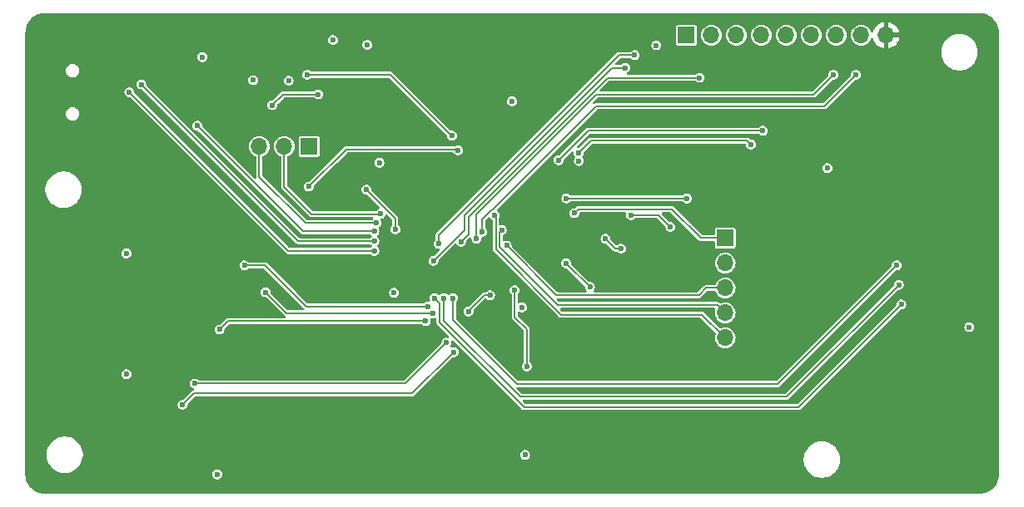
<source format=gbl>
%TF.GenerationSoftware,KiCad,Pcbnew,8.0.4-8.0.4-0~ubuntu24.04.1*%
%TF.CreationDate,2024-07-23T16:28:14+10:00*%
%TF.ProjectId,lo_cate_pcb,6c6f5f63-6174-4655-9f70-63622e6b6963,rev?*%
%TF.SameCoordinates,Original*%
%TF.FileFunction,Copper,L4,Bot*%
%TF.FilePolarity,Positive*%
%FSLAX46Y46*%
G04 Gerber Fmt 4.6, Leading zero omitted, Abs format (unit mm)*
G04 Created by KiCad (PCBNEW 8.0.4-8.0.4-0~ubuntu24.04.1) date 2024-07-23 16:28:14*
%MOMM*%
%LPD*%
G01*
G04 APERTURE LIST*
%TA.AperFunction,ComponentPad*%
%ADD10R,1.700000X1.700000*%
%TD*%
%TA.AperFunction,ComponentPad*%
%ADD11O,1.700000X1.700000*%
%TD*%
%TA.AperFunction,ViaPad*%
%ADD12C,0.600000*%
%TD*%
%TA.AperFunction,Conductor*%
%ADD13C,0.200000*%
%TD*%
G04 APERTURE END LIST*
D10*
%TO.P,J3,1,Pin_1*%
%TO.N,/3V3*%
X165250000Y-76375000D03*
D11*
%TO.P,J3,2,Pin_2*%
%TO.N,/SWDIO*%
X167790000Y-76375000D03*
%TO.P,J3,3,Pin_3*%
%TO.N,/SWCLK*%
X170330000Y-76375000D03*
%TO.P,J3,4,Pin_4*%
%TO.N,/SWO*%
X172870000Y-76375000D03*
%TO.P,J3,5,Pin_5*%
%TO.N,/NRST*%
X175410000Y-76375000D03*
%TO.P,J3,6,Pin_6*%
%TO.N,/BOOTO*%
X177950000Y-76375000D03*
%TO.P,J3,7,Pin_7*%
%TO.N,/UART_RX*%
X180490000Y-76375000D03*
%TO.P,J3,8,Pin_8*%
%TO.N,/UART_TX*%
X183030000Y-76375000D03*
%TO.P,J3,9,Pin_9*%
%TO.N,GND*%
X185570000Y-76375000D03*
%TD*%
D10*
%TO.P,J1,1,Pin_1*%
%TO.N,/LORA_MISO*%
X169200000Y-97040000D03*
D11*
%TO.P,J1,2,Pin_2*%
%TO.N,/LORA_MOSI*%
X169200000Y-99580000D03*
%TO.P,J1,3,Pin_3*%
%TO.N,/LORA_SCK*%
X169200000Y-102120000D03*
%TO.P,J1,4,Pin_4*%
%TO.N,/LORA_CSB*%
X169200000Y-104660000D03*
%TO.P,J1,5,Pin_5*%
%TO.N,/LORA_RST*%
X169200000Y-107200000D03*
%TD*%
D10*
%TO.P,J4,1,Pin_1*%
%TO.N,/IMU_SA0*%
X126890000Y-87700000D03*
D11*
%TO.P,J4,2,Pin_2*%
%TO.N,/IMU_SDA*%
X124350000Y-87700000D03*
%TO.P,J4,3,Pin_3*%
%TO.N,/IMU_SCL*%
X121810000Y-87700000D03*
%TD*%
D12*
%TO.N,GND*%
X139700000Y-106600000D03*
X146025000Y-107700000D03*
X126900000Y-85550000D03*
X154200000Y-96000000D03*
X154875000Y-98575000D03*
%TO.N,/MICRO_WAKEUP*%
X147775000Y-102350000D03*
X149025000Y-110100000D03*
%TO.N,/NRST*%
X163625000Y-95900000D03*
X159625000Y-94700000D03*
%TO.N,/3V3*%
X121200000Y-80950000D03*
X162200000Y-77400000D03*
X129299999Y-76850000D03*
X116025000Y-78600000D03*
X135525000Y-102600000D03*
X124800000Y-81000000D03*
X147525000Y-83100000D03*
X132799999Y-77350000D03*
X108300000Y-110900000D03*
X194025000Y-106100000D03*
X148850000Y-119125000D03*
X117525000Y-121100000D03*
X108300000Y-98600000D03*
X179600000Y-89900000D03*
X148525000Y-104100000D03*
X154325000Y-89175000D03*
X134025000Y-89350000D03*
%TO.N,/SWO*%
X166600000Y-80700000D03*
X142324265Y-97399265D03*
%TO.N,/SWCLK*%
X159025000Y-79700000D03*
X139525000Y-99350000D03*
%TO.N,/SWDIO*%
X160000000Y-78400000D03*
X140025000Y-97600000D03*
%TO.N,/LED2_BLUE*%
X171800000Y-87500000D03*
X154275000Y-88350000D03*
%TO.N,/LED2_GREEN*%
X173025000Y-86100000D03*
X152275000Y-89100000D03*
%TO.N,/LED1_RED*%
X140850000Y-107700000D03*
X115275000Y-111850000D03*
%TO.N,/LED1_GREEN*%
X138750000Y-105500000D03*
X117775000Y-106350000D03*
X145275000Y-102850000D03*
X143100000Y-104500000D03*
%TO.N,/LED1_BLUE*%
X141574265Y-108649265D03*
X114025000Y-114015000D03*
%TO.N,/LED3_BLUE*%
X122450000Y-102550000D03*
X139500000Y-104700000D03*
%TO.N,/LED3_RED*%
X138950000Y-104000000D03*
X120300000Y-99800000D03*
%TO.N,/LED3_GREEN*%
X142025000Y-88100000D03*
X126837500Y-91787500D03*
%TO.N,/UART_TX*%
X182500000Y-80400000D03*
X144500000Y-96400000D03*
%TO.N,/LORA_RST*%
X145758060Y-94715470D03*
%TO.N,/LORA_MOSI*%
X165300000Y-93000000D03*
X153050000Y-93000000D03*
%TO.N,/LORA_MISO*%
X153850000Y-94500000D03*
%TO.N,/LORA_CSB*%
X146475000Y-96225000D03*
%TO.N,/OSC_IN*%
X155450000Y-102025000D03*
X153025000Y-99600000D03*
%TO.N,/UART_RX*%
X143900000Y-97100000D03*
X180200000Y-80400000D03*
%TO.N,/IMU_SDA*%
X134150000Y-94550000D03*
%TO.N,/IMU_SCL*%
X133700000Y-95500000D03*
X127800000Y-82400000D03*
X123150000Y-83500000D03*
%TO.N,/LORA_SCK*%
X146975736Y-97800735D03*
%TO.N,/USB_DP*%
X133525000Y-98350000D03*
X108605000Y-82180000D03*
%TO.N,/USB_ID*%
X133525000Y-96350000D03*
X115525000Y-85600000D03*
%TO.N,/USB_DM*%
X109805000Y-81380000D03*
X133525000Y-97350000D03*
%TO.N,/IMU_SA0*%
X132700000Y-92100000D03*
X135650000Y-96150000D03*
%TO.N,/OSC_OUT*%
X157025000Y-97100000D03*
X158600000Y-98100000D03*
%TO.N,/LORA_DIO0*%
X139650000Y-103150000D03*
X187100000Y-103800000D03*
%TO.N,/LORA_DIO2*%
X141500000Y-103150000D03*
X186650000Y-99800000D03*
%TO.N,/LORA_DIO1*%
X140600000Y-103150000D03*
X186850000Y-101800000D03*
%TO.N,/IMU_INT2*%
X126700000Y-80400000D03*
X141400000Y-86600000D03*
%TD*%
D13*
%TO.N,/MICRO_WAKEUP*%
X147775000Y-105100000D02*
X147775000Y-102350000D01*
X149025000Y-110100000D02*
X149025000Y-106350000D01*
X149025000Y-106350000D02*
X147775000Y-105100000D01*
%TO.N,/NRST*%
X162425000Y-94700000D02*
X163625000Y-95900000D01*
X159625000Y-94700000D02*
X162425000Y-94700000D01*
%TO.N,/SWO*%
X166600000Y-80700000D02*
X157240686Y-80700000D01*
X143075000Y-94865686D02*
X143075000Y-96648530D01*
X157240686Y-80700000D02*
X143075000Y-94865686D01*
X143075000Y-96648530D02*
X142324265Y-97399265D01*
%TO.N,/SWCLK*%
X142675000Y-94700000D02*
X142675000Y-96200000D01*
X159025000Y-79700000D02*
X157675000Y-79700000D01*
X142675000Y-96200000D02*
X139525000Y-99350000D01*
X157675000Y-79700000D02*
X142675000Y-94700000D01*
%TO.N,/SWDIO*%
X158409314Y-78400000D02*
X140025000Y-96784314D01*
X140025000Y-96784314D02*
X140025000Y-97600000D01*
X160000000Y-78400000D02*
X158409314Y-78400000D01*
%TO.N,/LED2_BLUE*%
X155525000Y-87100000D02*
X154275000Y-88350000D01*
X171400000Y-87100000D02*
X155525000Y-87100000D01*
X171800000Y-87500000D02*
X171400000Y-87100000D01*
%TO.N,/LED2_GREEN*%
X173025000Y-86100000D02*
X155275000Y-86100000D01*
X155275000Y-86100000D02*
X152275000Y-89100000D01*
%TO.N,/LED1_RED*%
X140850000Y-107700000D02*
X136700000Y-111850000D01*
X136700000Y-111850000D02*
X115275000Y-111850000D01*
%TO.N,/LED1_GREEN*%
X118625000Y-105500000D02*
X117775000Y-106350000D01*
X143100000Y-104450000D02*
X144700000Y-102850000D01*
X138750000Y-105500000D02*
X118625000Y-105500000D01*
X143100000Y-104500000D02*
X143100000Y-104450000D01*
X144700000Y-102850000D02*
X145275000Y-102850000D01*
X143050000Y-104500000D02*
X143100000Y-104500000D01*
%TO.N,/LED1_BLUE*%
X141574265Y-108649265D02*
X137373530Y-112850000D01*
X115190000Y-112850000D02*
X114025000Y-114015000D01*
X137373530Y-112850000D02*
X115190000Y-112850000D01*
%TO.N,/LED3_BLUE*%
X139500000Y-104700000D02*
X124600000Y-104700000D01*
X124600000Y-104700000D02*
X122450000Y-102550000D01*
%TO.N,/LED3_RED*%
X122400000Y-99800000D02*
X120300000Y-99800000D01*
X138950000Y-104000000D02*
X126600000Y-104000000D01*
X126600000Y-104000000D02*
X122400000Y-99800000D01*
%TO.N,/LED3_GREEN*%
X141925000Y-88000000D02*
X142025000Y-88100000D01*
X130625000Y-88000000D02*
X141925000Y-88000000D01*
X126837500Y-91787500D02*
X130625000Y-88000000D01*
%TO.N,/UART_TX*%
X144500000Y-95125001D02*
X144500000Y-96400000D01*
X156100000Y-83600000D02*
X145584530Y-94115470D01*
X144500000Y-96400000D02*
X144500000Y-96300000D01*
X145509531Y-94115470D02*
X144500000Y-95125001D01*
X182500000Y-80400000D02*
X179300000Y-83600000D01*
X179300000Y-83600000D02*
X156100000Y-83600000D01*
X145584530Y-94115470D02*
X145509531Y-94115470D01*
%TO.N,/LORA_RST*%
X169200000Y-107200000D02*
X166850000Y-104850000D01*
X145875000Y-94832410D02*
X145758060Y-94715470D01*
X152525000Y-104850000D02*
X145875000Y-98200000D01*
X145875000Y-98200000D02*
X145875000Y-94832410D01*
X166850000Y-104850000D02*
X152525000Y-104850000D01*
%TO.N,/LORA_MOSI*%
X153050000Y-93000000D02*
X165160000Y-93000000D01*
%TO.N,/LORA_MISO*%
X166740000Y-97040000D02*
X169200000Y-97040000D01*
X154250000Y-94100000D02*
X163800000Y-94100000D01*
X153850000Y-94500000D02*
X154250000Y-94100000D01*
X163800000Y-94100000D02*
X166740000Y-97040000D01*
%TO.N,/LORA_CSB*%
X146275000Y-96425000D02*
X146475000Y-96225000D01*
X168390000Y-103850000D02*
X152176471Y-103850000D01*
X146275000Y-97948529D02*
X146275000Y-96425000D01*
X152176471Y-103850000D02*
X146275000Y-97948529D01*
X169200000Y-104660000D02*
X168390000Y-103850000D01*
%TO.N,/OSC_IN*%
X155450000Y-102025000D02*
X153025000Y-99600000D01*
%TO.N,/UART_RX*%
X180200000Y-80400000D02*
X178200000Y-82400000D01*
X178200000Y-82400000D02*
X156106372Y-82400000D01*
X143900000Y-94606372D02*
X143900000Y-97100000D01*
X156106372Y-82400000D02*
X143900000Y-94606372D01*
%TO.N,/IMU_SDA*%
X124350000Y-91800000D02*
X124350000Y-87700000D01*
X134150000Y-94550000D02*
X134100000Y-94600000D01*
X127150000Y-94600000D02*
X124350000Y-91800000D01*
X134100000Y-94600000D02*
X127150000Y-94600000D01*
%TO.N,/IMU_SCL*%
X123150000Y-83500000D02*
X123100000Y-83500000D01*
X127800000Y-82400000D02*
X124200000Y-82400000D01*
X133700000Y-95500000D02*
X126510785Y-95500000D01*
X123100000Y-83500000D02*
X123050000Y-83550000D01*
X124200000Y-82400000D02*
X123150000Y-83450000D01*
X126510785Y-95500000D02*
X121810000Y-90799215D01*
X123150000Y-83450000D02*
X123150000Y-83500000D01*
X121810000Y-90799215D02*
X121810000Y-87700000D01*
%TO.N,/LORA_SCK*%
X146975736Y-97800736D02*
X152025000Y-102850000D01*
X146975736Y-97800735D02*
X146975736Y-97800736D01*
X152025000Y-102850000D02*
X166525000Y-102850000D01*
X167255000Y-102120000D02*
X166525000Y-102850000D01*
X169200000Y-102120000D02*
X167255000Y-102120000D01*
%TO.N,/USB_DP*%
X124775000Y-98350000D02*
X133525000Y-98350000D01*
X108605000Y-82180000D02*
X124775000Y-98350000D01*
%TO.N,/USB_ID*%
X126275000Y-96350000D02*
X133525000Y-96350000D01*
X115525000Y-85600000D02*
X126275000Y-96350000D01*
%TO.N,/USB_DM*%
X109805000Y-81380000D02*
X125775000Y-97350000D01*
X125775000Y-97350000D02*
X133525000Y-97350000D01*
%TO.N,/IMU_SA0*%
X135650000Y-95050000D02*
X135650000Y-96150000D01*
X135650000Y-96150000D02*
X135650000Y-96200000D01*
X132700000Y-92100000D02*
X135650000Y-95050000D01*
%TO.N,/OSC_OUT*%
X157025000Y-97100000D02*
X158025000Y-98100000D01*
X158025000Y-98100000D02*
X158600000Y-98100000D01*
%TO.N,/LORA_DIO0*%
X187100000Y-103800000D02*
X176650000Y-114250000D01*
X148750000Y-114250000D02*
X149500000Y-114250000D01*
X140150000Y-103650000D02*
X140150000Y-105650000D01*
X139650000Y-103150000D02*
X140150000Y-103650000D01*
X140150000Y-105650000D02*
X148750000Y-114250000D01*
X176650000Y-114250000D02*
X149500000Y-114250000D01*
%TO.N,/LORA_DIO2*%
X148000000Y-111900000D02*
X174550000Y-111900000D01*
X141500000Y-105400000D02*
X148000000Y-111900000D01*
X141500000Y-103150000D02*
X141500000Y-105400000D01*
X174550000Y-111900000D02*
X186650000Y-99800000D01*
%TO.N,/LORA_DIO1*%
X140600000Y-103150000D02*
X140600000Y-105450000D01*
X140600000Y-105450000D02*
X148350000Y-113200000D01*
X148350000Y-113200000D02*
X175450000Y-113200000D01*
X175450000Y-113200000D02*
X186850000Y-101800000D01*
%TO.N,/IMU_INT2*%
X126700000Y-80400000D02*
X135173529Y-80400000D01*
X141400000Y-86600000D02*
X141400000Y-86626471D01*
X141400000Y-86626471D02*
X141373529Y-86600000D01*
X141373529Y-86600000D02*
X141400000Y-86600000D01*
X135173529Y-80400000D02*
X141373529Y-86600000D01*
%TD*%
%TA.AperFunction,Conductor*%
%TO.N,GND*%
G36*
X195029043Y-74100765D02*
G01*
X195277895Y-74117075D01*
X195293953Y-74119190D01*
X195501105Y-74160395D01*
X195534535Y-74167045D01*
X195550202Y-74171243D01*
X195719947Y-74228863D01*
X195782481Y-74250091D01*
X195797458Y-74256294D01*
X196006799Y-74359529D01*
X196017460Y-74364787D01*
X196031508Y-74372897D01*
X196235464Y-74509177D01*
X196248328Y-74519048D01*
X196432749Y-74680781D01*
X196444218Y-74692250D01*
X196605951Y-74876671D01*
X196615825Y-74889539D01*
X196752102Y-75093492D01*
X196760212Y-75107539D01*
X196868702Y-75327534D01*
X196874909Y-75342520D01*
X196953756Y-75574797D01*
X196957954Y-75590464D01*
X197005807Y-75831035D01*
X197007925Y-75847116D01*
X197024235Y-76095956D01*
X197024500Y-76104066D01*
X197024500Y-121095933D01*
X197024235Y-121104043D01*
X197007925Y-121352883D01*
X197005807Y-121368964D01*
X196957954Y-121609535D01*
X196953756Y-121625202D01*
X196874909Y-121857479D01*
X196868702Y-121872465D01*
X196760212Y-122092460D01*
X196752102Y-122106507D01*
X196615825Y-122310460D01*
X196605951Y-122323328D01*
X196444218Y-122507749D01*
X196432749Y-122519218D01*
X196248328Y-122680951D01*
X196235460Y-122690825D01*
X196031507Y-122827102D01*
X196017460Y-122835212D01*
X195797465Y-122943702D01*
X195782479Y-122949909D01*
X195550202Y-123028756D01*
X195534535Y-123032954D01*
X195293964Y-123080807D01*
X195277883Y-123082925D01*
X195029043Y-123099235D01*
X195020933Y-123099500D01*
X100029067Y-123099500D01*
X100020957Y-123099235D01*
X99772116Y-123082925D01*
X99756035Y-123080807D01*
X99515464Y-123032954D01*
X99499797Y-123028756D01*
X99267520Y-122949909D01*
X99252534Y-122943702D01*
X99032539Y-122835212D01*
X99018492Y-122827102D01*
X98814539Y-122690825D01*
X98801671Y-122680951D01*
X98617250Y-122519218D01*
X98605781Y-122507749D01*
X98444048Y-122323328D01*
X98434174Y-122310460D01*
X98297897Y-122106507D01*
X98289787Y-122092460D01*
X98183855Y-121877652D01*
X98181294Y-121872458D01*
X98175090Y-121857479D01*
X98096243Y-121625202D01*
X98092045Y-121609535D01*
X98054113Y-121418838D01*
X98044190Y-121368953D01*
X98042075Y-121352895D01*
X98025765Y-121104043D01*
X98025633Y-121100000D01*
X117019353Y-121100000D01*
X117039834Y-121242456D01*
X117093966Y-121360987D01*
X117099623Y-121373373D01*
X117193872Y-121482143D01*
X117314947Y-121559953D01*
X117314950Y-121559954D01*
X117314949Y-121559954D01*
X117453036Y-121600499D01*
X117453038Y-121600500D01*
X117453039Y-121600500D01*
X117596962Y-121600500D01*
X117596962Y-121600499D01*
X117735053Y-121559953D01*
X117856128Y-121482143D01*
X117950377Y-121373373D01*
X118010165Y-121242457D01*
X118030647Y-121100000D01*
X118010165Y-120957543D01*
X117950377Y-120826627D01*
X117856128Y-120717857D01*
X117735053Y-120640047D01*
X117735051Y-120640046D01*
X117735049Y-120640045D01*
X117735050Y-120640045D01*
X117596963Y-120599500D01*
X117596961Y-120599500D01*
X117453039Y-120599500D01*
X117453036Y-120599500D01*
X117314949Y-120640045D01*
X117193873Y-120717856D01*
X117099623Y-120826626D01*
X117099622Y-120826628D01*
X117039834Y-120957543D01*
X117019353Y-121100000D01*
X98025633Y-121100000D01*
X98025500Y-121095933D01*
X98025500Y-118978711D01*
X100174500Y-118978711D01*
X100174500Y-119221288D01*
X100206161Y-119461785D01*
X100268947Y-119696104D01*
X100279379Y-119721288D01*
X100361776Y-119920212D01*
X100483064Y-120130289D01*
X100483066Y-120130292D01*
X100483067Y-120130293D01*
X100630733Y-120322736D01*
X100630739Y-120322743D01*
X100802256Y-120494260D01*
X100802262Y-120494265D01*
X100994711Y-120641936D01*
X101204788Y-120763224D01*
X101428900Y-120856054D01*
X101663211Y-120918838D01*
X101843586Y-120942584D01*
X101903711Y-120950500D01*
X101903712Y-120950500D01*
X102146289Y-120950500D01*
X102194388Y-120944167D01*
X102386789Y-120918838D01*
X102621100Y-120856054D01*
X102845212Y-120763224D01*
X103055289Y-120641936D01*
X103247738Y-120494265D01*
X103419265Y-120322738D01*
X103566936Y-120130289D01*
X103688224Y-119920212D01*
X103781054Y-119696100D01*
X103843838Y-119461789D01*
X103875500Y-119221288D01*
X103875500Y-119125000D01*
X148344353Y-119125000D01*
X148364834Y-119267456D01*
X148424622Y-119398371D01*
X148424623Y-119398373D01*
X148518872Y-119507143D01*
X148639947Y-119584953D01*
X148639950Y-119584954D01*
X148639949Y-119584954D01*
X148778036Y-119625499D01*
X148778038Y-119625500D01*
X148778039Y-119625500D01*
X148921962Y-119625500D01*
X148921962Y-119625499D01*
X149060053Y-119584953D01*
X149181128Y-119507143D01*
X149205764Y-119478711D01*
X177174500Y-119478711D01*
X177174500Y-119721288D01*
X177206161Y-119961785D01*
X177268947Y-120196104D01*
X177321400Y-120322736D01*
X177361776Y-120420212D01*
X177483064Y-120630289D01*
X177483066Y-120630292D01*
X177483067Y-120630293D01*
X177630733Y-120822736D01*
X177630739Y-120822743D01*
X177802256Y-120994260D01*
X177802263Y-120994266D01*
X177915321Y-121081018D01*
X177994711Y-121141936D01*
X178204788Y-121263224D01*
X178400269Y-121344195D01*
X178421244Y-121352883D01*
X178428900Y-121356054D01*
X178663211Y-121418838D01*
X178843586Y-121442584D01*
X178903711Y-121450500D01*
X178903712Y-121450500D01*
X179146289Y-121450500D01*
X179194388Y-121444167D01*
X179386789Y-121418838D01*
X179621100Y-121356054D01*
X179845212Y-121263224D01*
X180055289Y-121141936D01*
X180247738Y-120994265D01*
X180419265Y-120822738D01*
X180566936Y-120630289D01*
X180688224Y-120420212D01*
X180781054Y-120196100D01*
X180843838Y-119961789D01*
X180875500Y-119721288D01*
X180875500Y-119478712D01*
X180843838Y-119238211D01*
X180781054Y-119003900D01*
X180688224Y-118779788D01*
X180566936Y-118569711D01*
X180419265Y-118377262D01*
X180419260Y-118377256D01*
X180247743Y-118205739D01*
X180247736Y-118205733D01*
X180055293Y-118058067D01*
X180055292Y-118058066D01*
X180055289Y-118058064D01*
X179845212Y-117936776D01*
X179845205Y-117936773D01*
X179621104Y-117843947D01*
X179386785Y-117781161D01*
X179146289Y-117749500D01*
X179146288Y-117749500D01*
X178903712Y-117749500D01*
X178903711Y-117749500D01*
X178663214Y-117781161D01*
X178428895Y-117843947D01*
X178204794Y-117936773D01*
X178204785Y-117936777D01*
X177994706Y-118058067D01*
X177802263Y-118205733D01*
X177802256Y-118205739D01*
X177630739Y-118377256D01*
X177630733Y-118377263D01*
X177483067Y-118569706D01*
X177361777Y-118779785D01*
X177361773Y-118779794D01*
X177268947Y-119003895D01*
X177206161Y-119238214D01*
X177174500Y-119478711D01*
X149205764Y-119478711D01*
X149275377Y-119398373D01*
X149335165Y-119267457D01*
X149355647Y-119125000D01*
X149335165Y-118982543D01*
X149275377Y-118851627D01*
X149181128Y-118742857D01*
X149060053Y-118665047D01*
X149060051Y-118665046D01*
X149060049Y-118665045D01*
X149060050Y-118665045D01*
X148921963Y-118624500D01*
X148921961Y-118624500D01*
X148778039Y-118624500D01*
X148778036Y-118624500D01*
X148639949Y-118665045D01*
X148518873Y-118742856D01*
X148424623Y-118851626D01*
X148424622Y-118851628D01*
X148364834Y-118982543D01*
X148344353Y-119125000D01*
X103875500Y-119125000D01*
X103875500Y-118978712D01*
X103843838Y-118738211D01*
X103781054Y-118503900D01*
X103688224Y-118279788D01*
X103566936Y-118069711D01*
X103419265Y-117877262D01*
X103419260Y-117877256D01*
X103247743Y-117705739D01*
X103247736Y-117705733D01*
X103055293Y-117558067D01*
X103055292Y-117558066D01*
X103055289Y-117558064D01*
X102845212Y-117436776D01*
X102845205Y-117436773D01*
X102621104Y-117343947D01*
X102386785Y-117281161D01*
X102146289Y-117249500D01*
X102146288Y-117249500D01*
X101903712Y-117249500D01*
X101903711Y-117249500D01*
X101663214Y-117281161D01*
X101428895Y-117343947D01*
X101204794Y-117436773D01*
X101204785Y-117436777D01*
X100994706Y-117558067D01*
X100802263Y-117705733D01*
X100802256Y-117705739D01*
X100630739Y-117877256D01*
X100630733Y-117877263D01*
X100483067Y-118069706D01*
X100361777Y-118279785D01*
X100361773Y-118279794D01*
X100268947Y-118503895D01*
X100206161Y-118738214D01*
X100174500Y-118978711D01*
X98025500Y-118978711D01*
X98025500Y-114015000D01*
X113519353Y-114015000D01*
X113539834Y-114157456D01*
X113599622Y-114288371D01*
X113599623Y-114288373D01*
X113693872Y-114397143D01*
X113814947Y-114474953D01*
X113814950Y-114474954D01*
X113814949Y-114474954D01*
X113953036Y-114515499D01*
X113953038Y-114515500D01*
X113953039Y-114515500D01*
X114096962Y-114515500D01*
X114096962Y-114515499D01*
X114235053Y-114474953D01*
X114356128Y-114397143D01*
X114450377Y-114288373D01*
X114510165Y-114157457D01*
X114530647Y-114015000D01*
X114529339Y-114005905D01*
X114539279Y-113936749D01*
X114564392Y-113900577D01*
X115278152Y-113186819D01*
X115339475Y-113153334D01*
X115365833Y-113150500D01*
X137413090Y-113150500D01*
X137413092Y-113150500D01*
X137489519Y-113130021D01*
X137558041Y-113090460D01*
X137613990Y-113034511D01*
X141462416Y-109186083D01*
X141523739Y-109152599D01*
X141550097Y-109149765D01*
X141646227Y-109149765D01*
X141646227Y-109149764D01*
X141784318Y-109109218D01*
X141905393Y-109031408D01*
X141999642Y-108922638D01*
X142059430Y-108791722D01*
X142079912Y-108649265D01*
X142059430Y-108506808D01*
X141999642Y-108375892D01*
X141905393Y-108267122D01*
X141784318Y-108189312D01*
X141784316Y-108189311D01*
X141784314Y-108189310D01*
X141784315Y-108189310D01*
X141646228Y-108148765D01*
X141646226Y-108148765D01*
X141502304Y-108148765D01*
X141502301Y-108148765D01*
X141399295Y-108179010D01*
X141329426Y-108179010D01*
X141270648Y-108141235D01*
X141241623Y-108077679D01*
X141251567Y-108008521D01*
X141270649Y-107978829D01*
X141275377Y-107973373D01*
X141335165Y-107842457D01*
X141355647Y-107700000D01*
X141338244Y-107578960D01*
X141348188Y-107509804D01*
X141393942Y-107457000D01*
X141460982Y-107437315D01*
X141528021Y-107456999D01*
X141548663Y-107473634D01*
X148565489Y-114490460D01*
X148624829Y-114524720D01*
X148634008Y-114530020D01*
X148634012Y-114530022D01*
X148710438Y-114550500D01*
X148710440Y-114550500D01*
X176689560Y-114550500D01*
X176689562Y-114550500D01*
X176765989Y-114530021D01*
X176834511Y-114490460D01*
X176890460Y-114434511D01*
X185224969Y-106100000D01*
X193519353Y-106100000D01*
X193539834Y-106242456D01*
X193588949Y-106350000D01*
X193599623Y-106373373D01*
X193693872Y-106482143D01*
X193814947Y-106559953D01*
X193814950Y-106559954D01*
X193814949Y-106559954D01*
X193953036Y-106600499D01*
X193953038Y-106600500D01*
X193953039Y-106600500D01*
X194096962Y-106600500D01*
X194096962Y-106600499D01*
X194235053Y-106559953D01*
X194356128Y-106482143D01*
X194450377Y-106373373D01*
X194510165Y-106242457D01*
X194530647Y-106100000D01*
X194510165Y-105957543D01*
X194450377Y-105826627D01*
X194356128Y-105717857D01*
X194235053Y-105640047D01*
X194235051Y-105640046D01*
X194235049Y-105640045D01*
X194235050Y-105640045D01*
X194096963Y-105599500D01*
X194096961Y-105599500D01*
X193953039Y-105599500D01*
X193953036Y-105599500D01*
X193814949Y-105640045D01*
X193693873Y-105717856D01*
X193599623Y-105826626D01*
X193599622Y-105826628D01*
X193539834Y-105957543D01*
X193519353Y-106100000D01*
X185224969Y-106100000D01*
X186988151Y-104336818D01*
X187049474Y-104303334D01*
X187075832Y-104300500D01*
X187171962Y-104300500D01*
X187171962Y-104300499D01*
X187310053Y-104259953D01*
X187431128Y-104182143D01*
X187525377Y-104073373D01*
X187585165Y-103942457D01*
X187605647Y-103800000D01*
X187585165Y-103657543D01*
X187525377Y-103526627D01*
X187431128Y-103417857D01*
X187310053Y-103340047D01*
X187310051Y-103340046D01*
X187310049Y-103340045D01*
X187310050Y-103340045D01*
X187171963Y-103299500D01*
X187171961Y-103299500D01*
X187028039Y-103299500D01*
X187028036Y-103299500D01*
X186889949Y-103340045D01*
X186768873Y-103417856D01*
X186674623Y-103526626D01*
X186674622Y-103526628D01*
X186614834Y-103657543D01*
X186594353Y-103800000D01*
X186594353Y-103800001D01*
X186595661Y-103809103D01*
X186585713Y-103878261D01*
X186560603Y-103914424D01*
X176561848Y-113913181D01*
X176500525Y-113946666D01*
X176474167Y-113949500D01*
X148925833Y-113949500D01*
X148858794Y-113929815D01*
X148838152Y-113913181D01*
X148637152Y-113712181D01*
X148603667Y-113650858D01*
X148608651Y-113581166D01*
X148650523Y-113525233D01*
X148715987Y-113500816D01*
X148724833Y-113500500D01*
X175489560Y-113500500D01*
X175489562Y-113500500D01*
X175565989Y-113480021D01*
X175634511Y-113440460D01*
X175690460Y-113384511D01*
X186738151Y-102336818D01*
X186799474Y-102303334D01*
X186825832Y-102300500D01*
X186921962Y-102300500D01*
X186921962Y-102300499D01*
X187060053Y-102259953D01*
X187181128Y-102182143D01*
X187275377Y-102073373D01*
X187335165Y-101942457D01*
X187355647Y-101800000D01*
X187335165Y-101657543D01*
X187275377Y-101526627D01*
X187181128Y-101417857D01*
X187060053Y-101340047D01*
X187060051Y-101340046D01*
X187060049Y-101340045D01*
X187060050Y-101340045D01*
X186921963Y-101299500D01*
X186921961Y-101299500D01*
X186778039Y-101299500D01*
X186778036Y-101299500D01*
X186639949Y-101340045D01*
X186518873Y-101417856D01*
X186424623Y-101526626D01*
X186424622Y-101526628D01*
X186364834Y-101657543D01*
X186344353Y-101800000D01*
X186344353Y-101800001D01*
X186345661Y-101809103D01*
X186335713Y-101878261D01*
X186310603Y-101914424D01*
X175361848Y-112863181D01*
X175300525Y-112896666D01*
X175274167Y-112899500D01*
X148525833Y-112899500D01*
X148458794Y-112879815D01*
X148438152Y-112863181D01*
X147987152Y-112412181D01*
X147953667Y-112350858D01*
X147958651Y-112281166D01*
X148000523Y-112225233D01*
X148065987Y-112200816D01*
X148074833Y-112200500D01*
X174589560Y-112200500D01*
X174589562Y-112200500D01*
X174665989Y-112180021D01*
X174734511Y-112140460D01*
X174790460Y-112084511D01*
X186538151Y-100336818D01*
X186599474Y-100303334D01*
X186625832Y-100300500D01*
X186721962Y-100300500D01*
X186721962Y-100300499D01*
X186860053Y-100259953D01*
X186981128Y-100182143D01*
X187075377Y-100073373D01*
X187135165Y-99942457D01*
X187155647Y-99800000D01*
X187135165Y-99657543D01*
X187075377Y-99526627D01*
X186981128Y-99417857D01*
X186860053Y-99340047D01*
X186860051Y-99340046D01*
X186860049Y-99340045D01*
X186860050Y-99340045D01*
X186721963Y-99299500D01*
X186721961Y-99299500D01*
X186578039Y-99299500D01*
X186578036Y-99299500D01*
X186439949Y-99340045D01*
X186318873Y-99417856D01*
X186224623Y-99526626D01*
X186224622Y-99526628D01*
X186164834Y-99657543D01*
X186144353Y-99800000D01*
X186144353Y-99800001D01*
X186145661Y-99809103D01*
X186135713Y-99878261D01*
X186110603Y-99914424D01*
X174461848Y-111563181D01*
X174400525Y-111596666D01*
X174374167Y-111599500D01*
X148175833Y-111599500D01*
X148108794Y-111579815D01*
X148088152Y-111563181D01*
X141836819Y-105311848D01*
X141803334Y-105250525D01*
X141800500Y-105224167D01*
X141800500Y-104500000D01*
X142594353Y-104500000D01*
X142614834Y-104642456D01*
X142674622Y-104773371D01*
X142674623Y-104773373D01*
X142768872Y-104882143D01*
X142889947Y-104959953D01*
X142889950Y-104959954D01*
X142889949Y-104959954D01*
X143028036Y-105000499D01*
X143028038Y-105000500D01*
X143028039Y-105000500D01*
X143171962Y-105000500D01*
X143171962Y-105000499D01*
X143310053Y-104959953D01*
X143431128Y-104882143D01*
X143525377Y-104773373D01*
X143585165Y-104642457D01*
X143605647Y-104500000D01*
X143598053Y-104447185D01*
X143607996Y-104378030D01*
X143633107Y-104341862D01*
X144756365Y-103218605D01*
X144817686Y-103185122D01*
X144887378Y-103190106D01*
X144937757Y-103225086D01*
X144943872Y-103232143D01*
X145064947Y-103309953D01*
X145064950Y-103309954D01*
X145064949Y-103309954D01*
X145203036Y-103350499D01*
X145203038Y-103350500D01*
X145203039Y-103350500D01*
X145346962Y-103350500D01*
X145346962Y-103350499D01*
X145485053Y-103309953D01*
X145606128Y-103232143D01*
X145700377Y-103123373D01*
X145760165Y-102992457D01*
X145780647Y-102850000D01*
X145760165Y-102707543D01*
X145700377Y-102576627D01*
X145606128Y-102467857D01*
X145485053Y-102390047D01*
X145485051Y-102390046D01*
X145485049Y-102390045D01*
X145485050Y-102390045D01*
X145348666Y-102350000D01*
X147269353Y-102350000D01*
X147289834Y-102492456D01*
X147348326Y-102620534D01*
X147349623Y-102623373D01*
X147443872Y-102732143D01*
X147443875Y-102732144D01*
X147444213Y-102732535D01*
X147473238Y-102796091D01*
X147474500Y-102813738D01*
X147474500Y-105139562D01*
X147477431Y-105150500D01*
X147494978Y-105215987D01*
X147512567Y-105246452D01*
X147534539Y-105284509D01*
X147534541Y-105284512D01*
X148688181Y-106438152D01*
X148721666Y-106499475D01*
X148724500Y-106525833D01*
X148724500Y-109636260D01*
X148704815Y-109703299D01*
X148694213Y-109717462D01*
X148599625Y-109826622D01*
X148599622Y-109826628D01*
X148539834Y-109957543D01*
X148519353Y-110100000D01*
X148539834Y-110242456D01*
X148599622Y-110373371D01*
X148599623Y-110373373D01*
X148693872Y-110482143D01*
X148814947Y-110559953D01*
X148814950Y-110559954D01*
X148814949Y-110559954D01*
X148953036Y-110600499D01*
X148953038Y-110600500D01*
X148953039Y-110600500D01*
X149096962Y-110600500D01*
X149096962Y-110600499D01*
X149235053Y-110559953D01*
X149356128Y-110482143D01*
X149450377Y-110373373D01*
X149510165Y-110242457D01*
X149530647Y-110100000D01*
X149510165Y-109957543D01*
X149450377Y-109826627D01*
X149450375Y-109826625D01*
X149450374Y-109826622D01*
X149355787Y-109717462D01*
X149326762Y-109653906D01*
X149325500Y-109636260D01*
X149325500Y-106310439D01*
X149325500Y-106310438D01*
X149305021Y-106234011D01*
X149289740Y-106207543D01*
X149265464Y-106165495D01*
X149265458Y-106165487D01*
X148111819Y-105011848D01*
X148078334Y-104950525D01*
X148075500Y-104924167D01*
X148075500Y-104633158D01*
X148095185Y-104566119D01*
X148147989Y-104520364D01*
X148217147Y-104510420D01*
X148266535Y-104528841D01*
X148314947Y-104559953D01*
X148314949Y-104559953D01*
X148314950Y-104559954D01*
X148349093Y-104569979D01*
X148403928Y-104586080D01*
X148453036Y-104600499D01*
X148453038Y-104600500D01*
X148453039Y-104600500D01*
X148596962Y-104600500D01*
X148596962Y-104600499D01*
X148735053Y-104559953D01*
X148856128Y-104482143D01*
X148950377Y-104373373D01*
X149010165Y-104242457D01*
X149030647Y-104100000D01*
X149010165Y-103957543D01*
X148950377Y-103826627D01*
X148856128Y-103717857D01*
X148735053Y-103640047D01*
X148735051Y-103640046D01*
X148735049Y-103640045D01*
X148735050Y-103640045D01*
X148596963Y-103599500D01*
X148596961Y-103599500D01*
X148453039Y-103599500D01*
X148453036Y-103599500D01*
X148314949Y-103640045D01*
X148278950Y-103663181D01*
X148266541Y-103671156D01*
X148266539Y-103671157D01*
X148199500Y-103690841D01*
X148132460Y-103671156D01*
X148086706Y-103618352D01*
X148075500Y-103566841D01*
X148075500Y-102813738D01*
X148095185Y-102746699D01*
X148105787Y-102732535D01*
X148106124Y-102732144D01*
X148106128Y-102732143D01*
X148200377Y-102623373D01*
X148260165Y-102492457D01*
X148280647Y-102350000D01*
X148260165Y-102207543D01*
X148200377Y-102076627D01*
X148106128Y-101967857D01*
X147985053Y-101890047D01*
X147985051Y-101890046D01*
X147985049Y-101890045D01*
X147985050Y-101890045D01*
X147846963Y-101849500D01*
X147846961Y-101849500D01*
X147703039Y-101849500D01*
X147703036Y-101849500D01*
X147564949Y-101890045D01*
X147443873Y-101967856D01*
X147443872Y-101967856D01*
X147443872Y-101967857D01*
X147431290Y-101982377D01*
X147349623Y-102076626D01*
X147349622Y-102076628D01*
X147289834Y-102207543D01*
X147269353Y-102350000D01*
X145348666Y-102350000D01*
X145346963Y-102349500D01*
X145346961Y-102349500D01*
X145203039Y-102349500D01*
X145203036Y-102349500D01*
X145064949Y-102390045D01*
X144943873Y-102467856D01*
X144910212Y-102506703D01*
X144851433Y-102544477D01*
X144816499Y-102549500D01*
X144660438Y-102549500D01*
X144584010Y-102569978D01*
X144515489Y-102609540D01*
X144515486Y-102609542D01*
X143161848Y-103963181D01*
X143100525Y-103996666D01*
X143074167Y-103999500D01*
X143028036Y-103999500D01*
X142889949Y-104040045D01*
X142768873Y-104117856D01*
X142674623Y-104226626D01*
X142674622Y-104226628D01*
X142614834Y-104357543D01*
X142594353Y-104500000D01*
X141800500Y-104500000D01*
X141800500Y-103613738D01*
X141820185Y-103546699D01*
X141830787Y-103532535D01*
X141831124Y-103532144D01*
X141831128Y-103532143D01*
X141925377Y-103423373D01*
X141985165Y-103292457D01*
X142005647Y-103150000D01*
X141985165Y-103007543D01*
X141925377Y-102876627D01*
X141831128Y-102767857D01*
X141710053Y-102690047D01*
X141710051Y-102690046D01*
X141710049Y-102690045D01*
X141710050Y-102690045D01*
X141571963Y-102649500D01*
X141571961Y-102649500D01*
X141428039Y-102649500D01*
X141428036Y-102649500D01*
X141289949Y-102690045D01*
X141168872Y-102767856D01*
X141143712Y-102796893D01*
X141084933Y-102834667D01*
X141015064Y-102834666D01*
X140956288Y-102796893D01*
X140931127Y-102767856D01*
X140837277Y-102707543D01*
X140810053Y-102690047D01*
X140810051Y-102690046D01*
X140810049Y-102690045D01*
X140810050Y-102690045D01*
X140671963Y-102649500D01*
X140671961Y-102649500D01*
X140528039Y-102649500D01*
X140528036Y-102649500D01*
X140389949Y-102690045D01*
X140268873Y-102767856D01*
X140218713Y-102825744D01*
X140159935Y-102863518D01*
X140090065Y-102863518D01*
X140031287Y-102825744D01*
X140030263Y-102824563D01*
X139981128Y-102767857D01*
X139860053Y-102690047D01*
X139860051Y-102690046D01*
X139860049Y-102690045D01*
X139860050Y-102690045D01*
X139721963Y-102649500D01*
X139721961Y-102649500D01*
X139578039Y-102649500D01*
X139578036Y-102649500D01*
X139439949Y-102690045D01*
X139318873Y-102767856D01*
X139224623Y-102876626D01*
X139224622Y-102876628D01*
X139164834Y-103007543D01*
X139144353Y-103150000D01*
X139164834Y-103292456D01*
X139183362Y-103333025D01*
X139193306Y-103402184D01*
X139164281Y-103465740D01*
X139105503Y-103503514D01*
X139035634Y-103503514D01*
X139021964Y-103499500D01*
X139021961Y-103499500D01*
X138878039Y-103499500D01*
X138878036Y-103499500D01*
X138739949Y-103540045D01*
X138618873Y-103617856D01*
X138618872Y-103617856D01*
X138618872Y-103617857D01*
X138612944Y-103624699D01*
X138585212Y-103656703D01*
X138526433Y-103694477D01*
X138491499Y-103699500D01*
X126775833Y-103699500D01*
X126708794Y-103679815D01*
X126688152Y-103663181D01*
X125624971Y-102600000D01*
X135019353Y-102600000D01*
X135039834Y-102742456D01*
X135077871Y-102825744D01*
X135099623Y-102873373D01*
X135193872Y-102982143D01*
X135314947Y-103059953D01*
X135314950Y-103059954D01*
X135314949Y-103059954D01*
X135453036Y-103100499D01*
X135453038Y-103100500D01*
X135453039Y-103100500D01*
X135596962Y-103100500D01*
X135596962Y-103100499D01*
X135735053Y-103059953D01*
X135856128Y-102982143D01*
X135950377Y-102873373D01*
X136010165Y-102742457D01*
X136030647Y-102600000D01*
X136010165Y-102457543D01*
X135950377Y-102326627D01*
X135856128Y-102217857D01*
X135735053Y-102140047D01*
X135735051Y-102140046D01*
X135735049Y-102140045D01*
X135735050Y-102140045D01*
X135596963Y-102099500D01*
X135596961Y-102099500D01*
X135453039Y-102099500D01*
X135453036Y-102099500D01*
X135314949Y-102140045D01*
X135193873Y-102217856D01*
X135099623Y-102326626D01*
X135099622Y-102326628D01*
X135039834Y-102457543D01*
X135019353Y-102600000D01*
X125624971Y-102600000D01*
X122584512Y-99559541D01*
X122584507Y-99559537D01*
X122557616Y-99544012D01*
X122541159Y-99534511D01*
X122541157Y-99534509D01*
X122541157Y-99534510D01*
X122541155Y-99534509D01*
X122535838Y-99531439D01*
X122515990Y-99519979D01*
X122515991Y-99519979D01*
X122477775Y-99509739D01*
X122439562Y-99499500D01*
X122439560Y-99499500D01*
X120758501Y-99499500D01*
X120691462Y-99479815D01*
X120664788Y-99456703D01*
X120631128Y-99417857D01*
X120525540Y-99350000D01*
X139019353Y-99350000D01*
X139039834Y-99492456D01*
X139079815Y-99580000D01*
X139099623Y-99623373D01*
X139193872Y-99732143D01*
X139314947Y-99809953D01*
X139314950Y-99809954D01*
X139314949Y-99809954D01*
X139453036Y-99850499D01*
X139453038Y-99850500D01*
X139453039Y-99850500D01*
X139596962Y-99850500D01*
X139596962Y-99850499D01*
X139735053Y-99809953D01*
X139856128Y-99732143D01*
X139950377Y-99623373D01*
X140010165Y-99492457D01*
X140030647Y-99350000D01*
X140029339Y-99340905D01*
X140039279Y-99271749D01*
X140064392Y-99235577D01*
X141687469Y-97612500D01*
X141748790Y-97579017D01*
X141818482Y-97584001D01*
X141874415Y-97625873D01*
X141887942Y-97648670D01*
X141898888Y-97672638D01*
X141993137Y-97781408D01*
X142114212Y-97859218D01*
X142114215Y-97859219D01*
X142114214Y-97859219D01*
X142252301Y-97899764D01*
X142252303Y-97899765D01*
X142252304Y-97899765D01*
X142396227Y-97899765D01*
X142396227Y-97899764D01*
X142534318Y-97859218D01*
X142655393Y-97781408D01*
X142749642Y-97672638D01*
X142809430Y-97541722D01*
X142829912Y-97399265D01*
X142828604Y-97390170D01*
X142838544Y-97321014D01*
X142863657Y-97284842D01*
X143188990Y-96959510D01*
X143250312Y-96926026D01*
X143320004Y-96931010D01*
X143375937Y-96972882D01*
X143400354Y-97038346D01*
X143399408Y-97064838D01*
X143394353Y-97099998D01*
X143394353Y-97099999D01*
X143414834Y-97242456D01*
X143461421Y-97344465D01*
X143474623Y-97373373D01*
X143568872Y-97482143D01*
X143689947Y-97559953D01*
X143689950Y-97559954D01*
X143689949Y-97559954D01*
X143797107Y-97591417D01*
X143826336Y-97600000D01*
X143828036Y-97600499D01*
X143828038Y-97600500D01*
X143828039Y-97600500D01*
X143971962Y-97600500D01*
X143971962Y-97600499D01*
X144110053Y-97559953D01*
X144231128Y-97482143D01*
X144325377Y-97373373D01*
X144385165Y-97242457D01*
X144405647Y-97100000D01*
X144397329Y-97042146D01*
X144407273Y-96972988D01*
X144453028Y-96920184D01*
X144520067Y-96900500D01*
X144571962Y-96900500D01*
X144571962Y-96900499D01*
X144710053Y-96859953D01*
X144831128Y-96782143D01*
X144925377Y-96673373D01*
X144985165Y-96542457D01*
X145005647Y-96400000D01*
X144985165Y-96257543D01*
X144925377Y-96126627D01*
X144925375Y-96126625D01*
X144925374Y-96126622D01*
X144830787Y-96017462D01*
X144801762Y-95953906D01*
X144800500Y-95936260D01*
X144800500Y-95300833D01*
X144820185Y-95233794D01*
X144836815Y-95213156D01*
X145121263Y-94928707D01*
X145182586Y-94895223D01*
X145252278Y-94900207D01*
X145308211Y-94942079D01*
X145321737Y-94964876D01*
X145332683Y-94988843D01*
X145426932Y-95097613D01*
X145517539Y-95155843D01*
X145563294Y-95208646D01*
X145574500Y-95260158D01*
X145574500Y-98239562D01*
X145575276Y-98242457D01*
X145594979Y-98315990D01*
X145594980Y-98315991D01*
X145614615Y-98350000D01*
X145634540Y-98384511D01*
X152284540Y-105034511D01*
X152340489Y-105090460D01*
X152340491Y-105090461D01*
X152340495Y-105090464D01*
X152387942Y-105117857D01*
X152409011Y-105130021D01*
X152485438Y-105150500D01*
X166674167Y-105150500D01*
X166741206Y-105170185D01*
X166761848Y-105186819D01*
X168210701Y-106635672D01*
X168244186Y-106696995D01*
X168239202Y-106766687D01*
X168232381Y-106781800D01*
X168224770Y-106796039D01*
X168164699Y-106994067D01*
X168144417Y-107200000D01*
X168164699Y-107405932D01*
X168185236Y-107473634D01*
X168224768Y-107603954D01*
X168322315Y-107786450D01*
X168322317Y-107786452D01*
X168453589Y-107946410D01*
X168529273Y-108008521D01*
X168613550Y-108077685D01*
X168796046Y-108175232D01*
X168994066Y-108235300D01*
X168994065Y-108235300D01*
X169009488Y-108236819D01*
X169200000Y-108255583D01*
X169405934Y-108235300D01*
X169603954Y-108175232D01*
X169786450Y-108077685D01*
X169946410Y-107946410D01*
X170077685Y-107786450D01*
X170175232Y-107603954D01*
X170235300Y-107405934D01*
X170255583Y-107200000D01*
X170235300Y-106994066D01*
X170175232Y-106796046D01*
X170077685Y-106613550D01*
X169984067Y-106499475D01*
X169946410Y-106453589D01*
X169786452Y-106322317D01*
X169786453Y-106322317D01*
X169786450Y-106322315D01*
X169603954Y-106224768D01*
X169405934Y-106164700D01*
X169405932Y-106164699D01*
X169405934Y-106164699D01*
X169200000Y-106144417D01*
X168994067Y-106164699D01*
X168796039Y-106224770D01*
X168781800Y-106232381D01*
X168713397Y-106246620D01*
X168648154Y-106221616D01*
X168635672Y-106210701D01*
X167034512Y-104609541D01*
X167034507Y-104609537D01*
X166993879Y-104586081D01*
X166993879Y-104586080D01*
X166993877Y-104586080D01*
X166984145Y-104580461D01*
X166965990Y-104569979D01*
X166965991Y-104569979D01*
X166927775Y-104559739D01*
X166889562Y-104549500D01*
X166889560Y-104549500D01*
X152700833Y-104549500D01*
X152633794Y-104529815D01*
X152613152Y-104513181D01*
X152462152Y-104362181D01*
X152428667Y-104300858D01*
X152433651Y-104231166D01*
X152475523Y-104175233D01*
X152540987Y-104150816D01*
X152549833Y-104150500D01*
X168089591Y-104150500D01*
X168156630Y-104170185D01*
X168202385Y-104222989D01*
X168212329Y-104292147D01*
X168208253Y-104310486D01*
X168189178Y-104373371D01*
X168164699Y-104454067D01*
X168144417Y-104660000D01*
X168164699Y-104865932D01*
X168190360Y-104950525D01*
X168224768Y-105063954D01*
X168322315Y-105246450D01*
X168353666Y-105284652D01*
X168453589Y-105406410D01*
X168504152Y-105447905D01*
X168613550Y-105537685D01*
X168796046Y-105635232D01*
X168994066Y-105695300D01*
X168994065Y-105695300D01*
X169012529Y-105697118D01*
X169200000Y-105715583D01*
X169405934Y-105695300D01*
X169603954Y-105635232D01*
X169786450Y-105537685D01*
X169946410Y-105406410D01*
X170077685Y-105246450D01*
X170175232Y-105063954D01*
X170235300Y-104865934D01*
X170255583Y-104660000D01*
X170235300Y-104454066D01*
X170175232Y-104256046D01*
X170077685Y-104073550D01*
X170025702Y-104010209D01*
X169946410Y-103913589D01*
X169819091Y-103809103D01*
X169786450Y-103782315D01*
X169603954Y-103684768D01*
X169405934Y-103624700D01*
X169405932Y-103624699D01*
X169405934Y-103624699D01*
X169200000Y-103604417D01*
X168994067Y-103624699D01*
X168796039Y-103684770D01*
X168781800Y-103692381D01*
X168713397Y-103706620D01*
X168648154Y-103681616D01*
X168635672Y-103670701D01*
X168574512Y-103609541D01*
X168574507Y-103609537D01*
X168557124Y-103599502D01*
X168557120Y-103599498D01*
X168557120Y-103599499D01*
X168531555Y-103584739D01*
X168505990Y-103569979D01*
X168480513Y-103563152D01*
X168429562Y-103549500D01*
X168429560Y-103549500D01*
X152352304Y-103549500D01*
X152285265Y-103529815D01*
X152264623Y-103513181D01*
X152113623Y-103362181D01*
X152080138Y-103300858D01*
X152085122Y-103231166D01*
X152126994Y-103175233D01*
X152192458Y-103150816D01*
X152201304Y-103150500D01*
X166564560Y-103150500D01*
X166564562Y-103150500D01*
X166640989Y-103130021D01*
X166709511Y-103090460D01*
X166765460Y-103034511D01*
X167343152Y-102456819D01*
X167404475Y-102423334D01*
X167430833Y-102420500D01*
X168101421Y-102420500D01*
X168168460Y-102440185D01*
X168214215Y-102492989D01*
X168220081Y-102508503D01*
X168224768Y-102523954D01*
X168322315Y-102706450D01*
X168322317Y-102706452D01*
X168453589Y-102866410D01*
X168531737Y-102930543D01*
X168613550Y-102997685D01*
X168796046Y-103095232D01*
X168994066Y-103155300D01*
X168994065Y-103155300D01*
X169012529Y-103157118D01*
X169200000Y-103175583D01*
X169405934Y-103155300D01*
X169603954Y-103095232D01*
X169786450Y-102997685D01*
X169946410Y-102866410D01*
X170077685Y-102706450D01*
X170175232Y-102523954D01*
X170235300Y-102325934D01*
X170255583Y-102120000D01*
X170235300Y-101914066D01*
X170175232Y-101716046D01*
X170077685Y-101533550D01*
X169982738Y-101417856D01*
X169946410Y-101373589D01*
X169786452Y-101242317D01*
X169786453Y-101242317D01*
X169786450Y-101242315D01*
X169603954Y-101144768D01*
X169405934Y-101084700D01*
X169405932Y-101084699D01*
X169405934Y-101084699D01*
X169200000Y-101064417D01*
X168994067Y-101084699D01*
X168796043Y-101144769D01*
X168685898Y-101203643D01*
X168613550Y-101242315D01*
X168613548Y-101242316D01*
X168613547Y-101242317D01*
X168453589Y-101373589D01*
X168322317Y-101533547D01*
X168322315Y-101533550D01*
X168283643Y-101605898D01*
X168224769Y-101716043D01*
X168224768Y-101716046D01*
X168220081Y-101731497D01*
X168181783Y-101789935D01*
X168117970Y-101818391D01*
X168101421Y-101819500D01*
X167215438Y-101819500D01*
X167177224Y-101829739D01*
X167139009Y-101839979D01*
X167139004Y-101839982D01*
X167070495Y-101879535D01*
X167070487Y-101879541D01*
X166436848Y-102513181D01*
X166375525Y-102546666D01*
X166349167Y-102549500D01*
X155929297Y-102549500D01*
X155862258Y-102529815D01*
X155816503Y-102477011D01*
X155806559Y-102407853D01*
X155835584Y-102344298D01*
X155875374Y-102298377D01*
X155875374Y-102298375D01*
X155875377Y-102298373D01*
X155935165Y-102167457D01*
X155955647Y-102025000D01*
X155935165Y-101882543D01*
X155875377Y-101751627D01*
X155781128Y-101642857D01*
X155660053Y-101565047D01*
X155660051Y-101565046D01*
X155660049Y-101565045D01*
X155660050Y-101565045D01*
X155521963Y-101524500D01*
X155521961Y-101524500D01*
X155425833Y-101524500D01*
X155358794Y-101504815D01*
X155338152Y-101488181D01*
X153564395Y-99714424D01*
X153530910Y-99653101D01*
X153529339Y-99609094D01*
X153530647Y-99600000D01*
X153527771Y-99580000D01*
X168144417Y-99580000D01*
X168164699Y-99785932D01*
X168168967Y-99800001D01*
X168224768Y-99983954D01*
X168322315Y-100166450D01*
X168322317Y-100166452D01*
X168453589Y-100326410D01*
X168466273Y-100336819D01*
X168613550Y-100457685D01*
X168796046Y-100555232D01*
X168994066Y-100615300D01*
X168994065Y-100615300D01*
X169012529Y-100617118D01*
X169200000Y-100635583D01*
X169405934Y-100615300D01*
X169603954Y-100555232D01*
X169786450Y-100457685D01*
X169946410Y-100326410D01*
X170077685Y-100166450D01*
X170175232Y-99983954D01*
X170235300Y-99785934D01*
X170255583Y-99580000D01*
X170235300Y-99374066D01*
X170175232Y-99176046D01*
X170077685Y-98993550D01*
X169979059Y-98873373D01*
X169946410Y-98833589D01*
X169786452Y-98702317D01*
X169786453Y-98702317D01*
X169786450Y-98702315D01*
X169603954Y-98604768D01*
X169405934Y-98544700D01*
X169405932Y-98544699D01*
X169405934Y-98544699D01*
X169200000Y-98524417D01*
X168994067Y-98544699D01*
X168796043Y-98604769D01*
X168748803Y-98630020D01*
X168613550Y-98702315D01*
X168613548Y-98702316D01*
X168613547Y-98702317D01*
X168453589Y-98833589D01*
X168322317Y-98993547D01*
X168224769Y-99176043D01*
X168164699Y-99374067D01*
X168144417Y-99580000D01*
X153527771Y-99580000D01*
X153510165Y-99457543D01*
X153450377Y-99326627D01*
X153356128Y-99217857D01*
X153235053Y-99140047D01*
X153235051Y-99140046D01*
X153235049Y-99140045D01*
X153235050Y-99140045D01*
X153096963Y-99099500D01*
X153096961Y-99099500D01*
X152953039Y-99099500D01*
X152953036Y-99099500D01*
X152814949Y-99140045D01*
X152693873Y-99217856D01*
X152599623Y-99326626D01*
X152599622Y-99326628D01*
X152539834Y-99457543D01*
X152519353Y-99600000D01*
X152539834Y-99742456D01*
X152570660Y-99809954D01*
X152599623Y-99873373D01*
X152693872Y-99982143D01*
X152814947Y-100059953D01*
X152814950Y-100059954D01*
X152814949Y-100059954D01*
X152922107Y-100091417D01*
X152950280Y-100099690D01*
X152953036Y-100100499D01*
X152953038Y-100100500D01*
X153049167Y-100100500D01*
X153116206Y-100120185D01*
X153136848Y-100136819D01*
X154910604Y-101910575D01*
X154944089Y-101971898D01*
X154945661Y-102015902D01*
X154944353Y-102024999D01*
X154964834Y-102167456D01*
X155024622Y-102298371D01*
X155024625Y-102298377D01*
X155064416Y-102344298D01*
X155093441Y-102407854D01*
X155083497Y-102477012D01*
X155037742Y-102529816D01*
X154970703Y-102549500D01*
X152200833Y-102549500D01*
X152133794Y-102529815D01*
X152113152Y-102513181D01*
X147515131Y-97915160D01*
X147481646Y-97853837D01*
X147480075Y-97809830D01*
X147481383Y-97800735D01*
X147460901Y-97658278D01*
X147401113Y-97527362D01*
X147306864Y-97418592D01*
X147185789Y-97340782D01*
X147185787Y-97340781D01*
X147185785Y-97340780D01*
X147185786Y-97340780D01*
X147047699Y-97300235D01*
X147047697Y-97300235D01*
X146903775Y-97300235D01*
X146903772Y-97300235D01*
X146765685Y-97340780D01*
X146757618Y-97344465D01*
X146756968Y-97343041D01*
X146699498Y-97359916D01*
X146632459Y-97340230D01*
X146586705Y-97287426D01*
X146575500Y-97235916D01*
X146575500Y-97100000D01*
X156519353Y-97100000D01*
X156539834Y-97242456D01*
X156586421Y-97344465D01*
X156599623Y-97373373D01*
X156693872Y-97482143D01*
X156814947Y-97559953D01*
X156814950Y-97559954D01*
X156814949Y-97559954D01*
X156922107Y-97591417D01*
X156951336Y-97600000D01*
X156953036Y-97600499D01*
X156953038Y-97600500D01*
X157049167Y-97600500D01*
X157116206Y-97620185D01*
X157136848Y-97636819D01*
X157840489Y-98340460D01*
X157909012Y-98380022D01*
X157985438Y-98400500D01*
X158141499Y-98400500D01*
X158208538Y-98420185D01*
X158235211Y-98443296D01*
X158268872Y-98482143D01*
X158389947Y-98559953D01*
X158389950Y-98559954D01*
X158389949Y-98559954D01*
X158493859Y-98590464D01*
X158526336Y-98600000D01*
X158528036Y-98600499D01*
X158528038Y-98600500D01*
X158528039Y-98600500D01*
X158671962Y-98600500D01*
X158671962Y-98600499D01*
X158810053Y-98559953D01*
X158931128Y-98482143D01*
X159025377Y-98373373D01*
X159085165Y-98242457D01*
X159105647Y-98100000D01*
X159085165Y-97957543D01*
X159025377Y-97826627D01*
X158931128Y-97717857D01*
X158810053Y-97640047D01*
X158810051Y-97640046D01*
X158810049Y-97640045D01*
X158810050Y-97640045D01*
X158671963Y-97599500D01*
X158671961Y-97599500D01*
X158528039Y-97599500D01*
X158528036Y-97599500D01*
X158389949Y-97640045D01*
X158268872Y-97717857D01*
X158268871Y-97717857D01*
X158262754Y-97724917D01*
X158203975Y-97762689D01*
X158134105Y-97762687D01*
X158081363Y-97731392D01*
X157564395Y-97214424D01*
X157530910Y-97153101D01*
X157529339Y-97109094D01*
X157530647Y-97100000D01*
X157510165Y-96957543D01*
X157450377Y-96826627D01*
X157356128Y-96717857D01*
X157235053Y-96640047D01*
X157235051Y-96640046D01*
X157235049Y-96640045D01*
X157235050Y-96640045D01*
X157096963Y-96599500D01*
X157096961Y-96599500D01*
X156953039Y-96599500D01*
X156953036Y-96599500D01*
X156814949Y-96640045D01*
X156693873Y-96717856D01*
X156693872Y-96717856D01*
X156693872Y-96717857D01*
X156684828Y-96728294D01*
X156599623Y-96826626D01*
X156599622Y-96826628D01*
X156539834Y-96957543D01*
X156519353Y-97100000D01*
X146575500Y-97100000D01*
X146575500Y-96809945D01*
X146595185Y-96742906D01*
X146647989Y-96697151D01*
X146664554Y-96690971D01*
X146685053Y-96684953D01*
X146806128Y-96607143D01*
X146900377Y-96498373D01*
X146960165Y-96367457D01*
X146980647Y-96225000D01*
X146960165Y-96082543D01*
X146900377Y-95951627D01*
X146806128Y-95842857D01*
X146685053Y-95765047D01*
X146685051Y-95765046D01*
X146685049Y-95765045D01*
X146685050Y-95765045D01*
X146546963Y-95724500D01*
X146546961Y-95724500D01*
X146403039Y-95724500D01*
X146403035Y-95724500D01*
X146334434Y-95744643D01*
X146264564Y-95744643D01*
X146205786Y-95706868D01*
X146176762Y-95643312D01*
X146175500Y-95625666D01*
X146175500Y-95033196D01*
X146186706Y-94981684D01*
X146190502Y-94973373D01*
X146243225Y-94857927D01*
X146263707Y-94715470D01*
X146243225Y-94573013D01*
X146209881Y-94500000D01*
X153344353Y-94500000D01*
X153364834Y-94642456D01*
X153424622Y-94773371D01*
X153424623Y-94773373D01*
X153518872Y-94882143D01*
X153639947Y-94959953D01*
X153639950Y-94959954D01*
X153639949Y-94959954D01*
X153738332Y-94988841D01*
X153774633Y-94999500D01*
X153778036Y-95000499D01*
X153778038Y-95000500D01*
X153778039Y-95000500D01*
X153921962Y-95000500D01*
X153921962Y-95000499D01*
X154060053Y-94959953D01*
X154181128Y-94882143D01*
X154275377Y-94773373D01*
X154335165Y-94642457D01*
X154341455Y-94598705D01*
X154354662Y-94506853D01*
X154383687Y-94443297D01*
X154442465Y-94405523D01*
X154477400Y-94400500D01*
X159020302Y-94400500D01*
X159087341Y-94420185D01*
X159133096Y-94472989D01*
X159143040Y-94542147D01*
X159140116Y-94555587D01*
X159119353Y-94700000D01*
X159139834Y-94842456D01*
X159185331Y-94942079D01*
X159199623Y-94973373D01*
X159293872Y-95082143D01*
X159414947Y-95159953D01*
X159414950Y-95159954D01*
X159414949Y-95159954D01*
X159494123Y-95183201D01*
X159549633Y-95199500D01*
X159553036Y-95200499D01*
X159553038Y-95200500D01*
X159553039Y-95200500D01*
X159696962Y-95200500D01*
X159696962Y-95200499D01*
X159804121Y-95169035D01*
X159835050Y-95159954D01*
X159835050Y-95159953D01*
X159835053Y-95159953D01*
X159956128Y-95082143D01*
X159989788Y-95043296D01*
X160048567Y-95005523D01*
X160083501Y-95000500D01*
X162249167Y-95000500D01*
X162316206Y-95020185D01*
X162336848Y-95036819D01*
X163085604Y-95785575D01*
X163119089Y-95846898D01*
X163120661Y-95890902D01*
X163119353Y-95899999D01*
X163139834Y-96042456D01*
X163178275Y-96126628D01*
X163199623Y-96173373D01*
X163293872Y-96282143D01*
X163414947Y-96359953D01*
X163414950Y-96359954D01*
X163414949Y-96359954D01*
X163522107Y-96391417D01*
X163551336Y-96400000D01*
X163553036Y-96400499D01*
X163553038Y-96400500D01*
X163553039Y-96400500D01*
X163696962Y-96400500D01*
X163696962Y-96400499D01*
X163835053Y-96359953D01*
X163956128Y-96282143D01*
X164050377Y-96173373D01*
X164110165Y-96042457D01*
X164130647Y-95900000D01*
X164110165Y-95757543D01*
X164050377Y-95626627D01*
X163956128Y-95517857D01*
X163835053Y-95440047D01*
X163835051Y-95440046D01*
X163835049Y-95440045D01*
X163835050Y-95440045D01*
X163696963Y-95399500D01*
X163696961Y-95399500D01*
X163600833Y-95399500D01*
X163533794Y-95379815D01*
X163513152Y-95363181D01*
X162762152Y-94612181D01*
X162728667Y-94550858D01*
X162733651Y-94481166D01*
X162775523Y-94425233D01*
X162840987Y-94400816D01*
X162849833Y-94400500D01*
X163624167Y-94400500D01*
X163691206Y-94420185D01*
X163711848Y-94436819D01*
X166499540Y-97224511D01*
X166555489Y-97280460D01*
X166555491Y-97280461D01*
X166555495Y-97280464D01*
X166589740Y-97300235D01*
X166624011Y-97320021D01*
X166700438Y-97340500D01*
X166779562Y-97340500D01*
X168025500Y-97340500D01*
X168092539Y-97360185D01*
X168138294Y-97412989D01*
X168149500Y-97464500D01*
X168149500Y-97909752D01*
X168161131Y-97968229D01*
X168161132Y-97968230D01*
X168205447Y-98034552D01*
X168271769Y-98078867D01*
X168271770Y-98078868D01*
X168330247Y-98090499D01*
X168330250Y-98090500D01*
X168330252Y-98090500D01*
X170069750Y-98090500D01*
X170069751Y-98090499D01*
X170084568Y-98087552D01*
X170128229Y-98078868D01*
X170128229Y-98078867D01*
X170128231Y-98078867D01*
X170194552Y-98034552D01*
X170238867Y-97968231D01*
X170238867Y-97968229D01*
X170238868Y-97968229D01*
X170250499Y-97909752D01*
X170250500Y-97909750D01*
X170250500Y-96170249D01*
X170250499Y-96170247D01*
X170238868Y-96111770D01*
X170238867Y-96111769D01*
X170194552Y-96045447D01*
X170128230Y-96001132D01*
X170128229Y-96001131D01*
X170069752Y-95989500D01*
X170069748Y-95989500D01*
X168330252Y-95989500D01*
X168330247Y-95989500D01*
X168271770Y-96001131D01*
X168271769Y-96001132D01*
X168205447Y-96045447D01*
X168161132Y-96111769D01*
X168161131Y-96111770D01*
X168149500Y-96170247D01*
X168149500Y-96615500D01*
X168129815Y-96682539D01*
X168077011Y-96728294D01*
X168025500Y-96739500D01*
X166915833Y-96739500D01*
X166848794Y-96719815D01*
X166828152Y-96703181D01*
X163984512Y-93859541D01*
X163984513Y-93859541D01*
X163983776Y-93859116D01*
X163978475Y-93856055D01*
X163978473Y-93856053D01*
X163978473Y-93856054D01*
X163915991Y-93819980D01*
X163915990Y-93819979D01*
X163890513Y-93813152D01*
X163839562Y-93799500D01*
X154210438Y-93799500D01*
X154172224Y-93809739D01*
X154134009Y-93819979D01*
X154134008Y-93819980D01*
X154071530Y-93856052D01*
X154071527Y-93856054D01*
X154070567Y-93856607D01*
X154065490Y-93859538D01*
X154006191Y-93918838D01*
X153961845Y-93963182D01*
X153900524Y-93996666D01*
X153874166Y-93999500D01*
X153778036Y-93999500D01*
X153639949Y-94040045D01*
X153518873Y-94117856D01*
X153424623Y-94226626D01*
X153424622Y-94226628D01*
X153364834Y-94357543D01*
X153344353Y-94500000D01*
X146209881Y-94500000D01*
X146183437Y-94442097D01*
X146089188Y-94333327D01*
X146037498Y-94300108D01*
X145991744Y-94247305D01*
X145981800Y-94178147D01*
X146010825Y-94114591D01*
X146016843Y-94108126D01*
X147124969Y-93000000D01*
X152544353Y-93000000D01*
X152564834Y-93142456D01*
X152624622Y-93273371D01*
X152624623Y-93273373D01*
X152718872Y-93382143D01*
X152839947Y-93459953D01*
X152839950Y-93459954D01*
X152839949Y-93459954D01*
X152978036Y-93500499D01*
X152978038Y-93500500D01*
X152978039Y-93500500D01*
X153121962Y-93500500D01*
X153121962Y-93500499D01*
X153260053Y-93459953D01*
X153381128Y-93382143D01*
X153414788Y-93343296D01*
X153473567Y-93305523D01*
X153508501Y-93300500D01*
X164841499Y-93300500D01*
X164908538Y-93320185D01*
X164935211Y-93343296D01*
X164968872Y-93382143D01*
X165089947Y-93459953D01*
X165089950Y-93459954D01*
X165089949Y-93459954D01*
X165228036Y-93500499D01*
X165228038Y-93500500D01*
X165228039Y-93500500D01*
X165371962Y-93500500D01*
X165371962Y-93500499D01*
X165510053Y-93459953D01*
X165631128Y-93382143D01*
X165725377Y-93273373D01*
X165785165Y-93142457D01*
X165805647Y-93000000D01*
X165785165Y-92857543D01*
X165725377Y-92726627D01*
X165631128Y-92617857D01*
X165510053Y-92540047D01*
X165510051Y-92540046D01*
X165510049Y-92540045D01*
X165510050Y-92540045D01*
X165371963Y-92499500D01*
X165371961Y-92499500D01*
X165228039Y-92499500D01*
X165228036Y-92499500D01*
X165089949Y-92540045D01*
X164968873Y-92617856D01*
X164968872Y-92617856D01*
X164968872Y-92617857D01*
X164952442Y-92636819D01*
X164935212Y-92656703D01*
X164876433Y-92694477D01*
X164841499Y-92699500D01*
X153508501Y-92699500D01*
X153441462Y-92679815D01*
X153414788Y-92656703D01*
X153381128Y-92617857D01*
X153260053Y-92540047D01*
X153260051Y-92540046D01*
X153260049Y-92540045D01*
X153260050Y-92540045D01*
X153121963Y-92499500D01*
X153121961Y-92499500D01*
X152978039Y-92499500D01*
X152978036Y-92499500D01*
X152839949Y-92540045D01*
X152718873Y-92617856D01*
X152624623Y-92726626D01*
X152624622Y-92726628D01*
X152564834Y-92857543D01*
X152544353Y-93000000D01*
X147124969Y-93000000D01*
X150224970Y-89900000D01*
X179094353Y-89900000D01*
X179114834Y-90042456D01*
X179174622Y-90173371D01*
X179174623Y-90173373D01*
X179268872Y-90282143D01*
X179389947Y-90359953D01*
X179389950Y-90359954D01*
X179389949Y-90359954D01*
X179528036Y-90400499D01*
X179528038Y-90400500D01*
X179528039Y-90400500D01*
X179671962Y-90400500D01*
X179671962Y-90400499D01*
X179810053Y-90359953D01*
X179931128Y-90282143D01*
X180025377Y-90173373D01*
X180085165Y-90042457D01*
X180105647Y-89900000D01*
X180085165Y-89757543D01*
X180025377Y-89626627D01*
X179931128Y-89517857D01*
X179810053Y-89440047D01*
X179810051Y-89440046D01*
X179810049Y-89440045D01*
X179810050Y-89440045D01*
X179671963Y-89399500D01*
X179671961Y-89399500D01*
X179528039Y-89399500D01*
X179528036Y-89399500D01*
X179389949Y-89440045D01*
X179268873Y-89517856D01*
X179174623Y-89626626D01*
X179174622Y-89626628D01*
X179114834Y-89757543D01*
X179094353Y-89900000D01*
X150224970Y-89900000D01*
X151024970Y-89100000D01*
X151769353Y-89100000D01*
X151789834Y-89242456D01*
X151838949Y-89350000D01*
X151849623Y-89373373D01*
X151943872Y-89482143D01*
X152064947Y-89559953D01*
X152064950Y-89559954D01*
X152064949Y-89559954D01*
X152203036Y-89600499D01*
X152203038Y-89600500D01*
X152203039Y-89600500D01*
X152346962Y-89600500D01*
X152346962Y-89600499D01*
X152485053Y-89559953D01*
X152606128Y-89482143D01*
X152700377Y-89373373D01*
X152760165Y-89242457D01*
X152780647Y-89100000D01*
X152779339Y-89090905D01*
X152789279Y-89021749D01*
X152814392Y-88985577D01*
X153559546Y-88240423D01*
X153620867Y-88206940D01*
X153690559Y-88211924D01*
X153746492Y-88253796D01*
X153770909Y-88319260D01*
X153769964Y-88345746D01*
X153769353Y-88349997D01*
X153769353Y-88349999D01*
X153789834Y-88492456D01*
X153820660Y-88559954D01*
X153849623Y-88623373D01*
X153924814Y-88710149D01*
X153953839Y-88773704D01*
X153943895Y-88842863D01*
X153924815Y-88872552D01*
X153899625Y-88901622D01*
X153899622Y-88901628D01*
X153839834Y-89032543D01*
X153819353Y-89175000D01*
X153839834Y-89317456D01*
X153899622Y-89448371D01*
X153899623Y-89448373D01*
X153993872Y-89557143D01*
X154114947Y-89634953D01*
X154114950Y-89634954D01*
X154114949Y-89634954D01*
X154253036Y-89675499D01*
X154253038Y-89675500D01*
X154253039Y-89675500D01*
X154396962Y-89675500D01*
X154396962Y-89675499D01*
X154535053Y-89634953D01*
X154656128Y-89557143D01*
X154750377Y-89448373D01*
X154810165Y-89317457D01*
X154830647Y-89175000D01*
X154810165Y-89032543D01*
X154750377Y-88901627D01*
X154675184Y-88814849D01*
X154646160Y-88751295D01*
X154656104Y-88682137D01*
X154675183Y-88652448D01*
X154700377Y-88623373D01*
X154760165Y-88492457D01*
X154780647Y-88350000D01*
X154779339Y-88340905D01*
X154789279Y-88271749D01*
X154814392Y-88235577D01*
X155613152Y-87436819D01*
X155674475Y-87403334D01*
X155700833Y-87400500D01*
X171172600Y-87400500D01*
X171239639Y-87420185D01*
X171285394Y-87472989D01*
X171295338Y-87506853D01*
X171314834Y-87642456D01*
X171368306Y-87759541D01*
X171374623Y-87773373D01*
X171468872Y-87882143D01*
X171589947Y-87959953D01*
X171589950Y-87959954D01*
X171589949Y-87959954D01*
X171728036Y-88000499D01*
X171728038Y-88000500D01*
X171728039Y-88000500D01*
X171871962Y-88000500D01*
X171871962Y-88000499D01*
X172010053Y-87959953D01*
X172131128Y-87882143D01*
X172225377Y-87773373D01*
X172285165Y-87642457D01*
X172305647Y-87500000D01*
X172285165Y-87357543D01*
X172225377Y-87226627D01*
X172131128Y-87117857D01*
X172010053Y-87040047D01*
X172010051Y-87040046D01*
X172010049Y-87040045D01*
X172010050Y-87040045D01*
X171871963Y-86999500D01*
X171871961Y-86999500D01*
X171775833Y-86999500D01*
X171708794Y-86979815D01*
X171688152Y-86963181D01*
X171584512Y-86859541D01*
X171584507Y-86859537D01*
X171551462Y-86840459D01*
X171551462Y-86840458D01*
X171551460Y-86840458D01*
X171539083Y-86833312D01*
X171515990Y-86819979D01*
X171515991Y-86819979D01*
X171477775Y-86809739D01*
X171439562Y-86799500D01*
X155485438Y-86799500D01*
X155454867Y-86807691D01*
X155409008Y-86819979D01*
X155409007Y-86819980D01*
X155373538Y-86840459D01*
X155340492Y-86859537D01*
X155340487Y-86859541D01*
X154386847Y-87813181D01*
X154325524Y-87846666D01*
X154299166Y-87849500D01*
X154249833Y-87849500D01*
X154182794Y-87829815D01*
X154137039Y-87777011D01*
X154127095Y-87707853D01*
X154156120Y-87644297D01*
X154162152Y-87637819D01*
X155363152Y-86436819D01*
X155424475Y-86403334D01*
X155450833Y-86400500D01*
X172566499Y-86400500D01*
X172633538Y-86420185D01*
X172660211Y-86443296D01*
X172693872Y-86482143D01*
X172814947Y-86559953D01*
X172814950Y-86559954D01*
X172814949Y-86559954D01*
X172922107Y-86591417D01*
X172951336Y-86600000D01*
X172953036Y-86600499D01*
X172953038Y-86600500D01*
X172953039Y-86600500D01*
X173096962Y-86600500D01*
X173096962Y-86600499D01*
X173235053Y-86559953D01*
X173356128Y-86482143D01*
X173450377Y-86373373D01*
X173510165Y-86242457D01*
X173530647Y-86100000D01*
X173510165Y-85957543D01*
X173450377Y-85826627D01*
X173356128Y-85717857D01*
X173235053Y-85640047D01*
X173235051Y-85640046D01*
X173235049Y-85640045D01*
X173235050Y-85640045D01*
X173096963Y-85599500D01*
X173096961Y-85599500D01*
X172953039Y-85599500D01*
X172953036Y-85599500D01*
X172814949Y-85640045D01*
X172693873Y-85717856D01*
X172660212Y-85756703D01*
X172601433Y-85794477D01*
X172566499Y-85799500D01*
X155235438Y-85799500D01*
X155159010Y-85819978D01*
X155090489Y-85859540D01*
X155090486Y-85859542D01*
X152386847Y-88563181D01*
X152325524Y-88596666D01*
X152299166Y-88599500D01*
X152203036Y-88599500D01*
X152064949Y-88640045D01*
X151943873Y-88717856D01*
X151943872Y-88717856D01*
X151943872Y-88717857D01*
X151932017Y-88731539D01*
X151849623Y-88826626D01*
X151849622Y-88826628D01*
X151789834Y-88957543D01*
X151769353Y-89100000D01*
X151024970Y-89100000D01*
X156188152Y-83936819D01*
X156249475Y-83903334D01*
X156275833Y-83900500D01*
X179339560Y-83900500D01*
X179339562Y-83900500D01*
X179415989Y-83880021D01*
X179484511Y-83840460D01*
X179540460Y-83784511D01*
X182388151Y-80936818D01*
X182449474Y-80903334D01*
X182475832Y-80900500D01*
X182571962Y-80900500D01*
X182571962Y-80900499D01*
X182710053Y-80859953D01*
X182831128Y-80782143D01*
X182925377Y-80673373D01*
X182985165Y-80542457D01*
X183005647Y-80400000D01*
X182985165Y-80257543D01*
X182925377Y-80126627D01*
X182831128Y-80017857D01*
X182710053Y-79940047D01*
X182710051Y-79940046D01*
X182710049Y-79940045D01*
X182710050Y-79940045D01*
X182571963Y-79899500D01*
X182571961Y-79899500D01*
X182428039Y-79899500D01*
X182428036Y-79899500D01*
X182289949Y-79940045D01*
X182168873Y-80017856D01*
X182074623Y-80126626D01*
X182074622Y-80126628D01*
X182014834Y-80257543D01*
X181994353Y-80400000D01*
X181994353Y-80400001D01*
X181995661Y-80409103D01*
X181985713Y-80478261D01*
X181960603Y-80514424D01*
X179211848Y-83263181D01*
X179150525Y-83296666D01*
X179124167Y-83299500D01*
X156060438Y-83299500D01*
X156022224Y-83309739D01*
X155984009Y-83319979D01*
X155984004Y-83319982D01*
X155918948Y-83357542D01*
X155918898Y-83357571D01*
X155917953Y-83358116D01*
X155850045Y-83374557D01*
X155784029Y-83351673D01*
X155740865Y-83296732D01*
X155734256Y-83227175D01*
X155766301Y-83165088D01*
X155768279Y-83163063D01*
X156194524Y-82736819D01*
X156255847Y-82703334D01*
X156282205Y-82700500D01*
X178239560Y-82700500D01*
X178239562Y-82700500D01*
X178315989Y-82680021D01*
X178384511Y-82640460D01*
X178440460Y-82584511D01*
X180088151Y-80936818D01*
X180149474Y-80903334D01*
X180175832Y-80900500D01*
X180271962Y-80900500D01*
X180271962Y-80900499D01*
X180410053Y-80859953D01*
X180531128Y-80782143D01*
X180625377Y-80673373D01*
X180685165Y-80542457D01*
X180705647Y-80400000D01*
X180685165Y-80257543D01*
X180625377Y-80126627D01*
X180531128Y-80017857D01*
X180410053Y-79940047D01*
X180410051Y-79940046D01*
X180410049Y-79940045D01*
X180410050Y-79940045D01*
X180271963Y-79899500D01*
X180271961Y-79899500D01*
X180128039Y-79899500D01*
X180128036Y-79899500D01*
X179989949Y-79940045D01*
X179868873Y-80017856D01*
X179774623Y-80126626D01*
X179774622Y-80126628D01*
X179714834Y-80257543D01*
X179694353Y-80400000D01*
X179694353Y-80400001D01*
X179695661Y-80409103D01*
X179685713Y-80478261D01*
X179660603Y-80514424D01*
X178111848Y-82063181D01*
X178050525Y-82096666D01*
X178024167Y-82099500D01*
X156565519Y-82099500D01*
X156498480Y-82079815D01*
X156452725Y-82027011D01*
X156442781Y-81957853D01*
X156471806Y-81894297D01*
X156477838Y-81887819D01*
X157328838Y-81036819D01*
X157390161Y-81003334D01*
X157416519Y-81000500D01*
X166141499Y-81000500D01*
X166208538Y-81020185D01*
X166235211Y-81043296D01*
X166268872Y-81082143D01*
X166389947Y-81159953D01*
X166389950Y-81159954D01*
X166389949Y-81159954D01*
X166528036Y-81200499D01*
X166528038Y-81200500D01*
X166528039Y-81200500D01*
X166671962Y-81200500D01*
X166671962Y-81200499D01*
X166810053Y-81159953D01*
X166931128Y-81082143D01*
X167025377Y-80973373D01*
X167085165Y-80842457D01*
X167105647Y-80700000D01*
X167085165Y-80557543D01*
X167025377Y-80426627D01*
X166931128Y-80317857D01*
X166810053Y-80240047D01*
X166810051Y-80240046D01*
X166810049Y-80240045D01*
X166810050Y-80240045D01*
X166671963Y-80199500D01*
X166671961Y-80199500D01*
X166528039Y-80199500D01*
X166528036Y-80199500D01*
X166389949Y-80240045D01*
X166268873Y-80317856D01*
X166268872Y-80317856D01*
X166268872Y-80317857D01*
X166247483Y-80342542D01*
X166235212Y-80356703D01*
X166176433Y-80394477D01*
X166141499Y-80399500D01*
X159280538Y-80399500D01*
X159213499Y-80379815D01*
X159167744Y-80327011D01*
X159157800Y-80257853D01*
X159186825Y-80194297D01*
X159229023Y-80162707D01*
X159235047Y-80159954D01*
X159235053Y-80159953D01*
X159356128Y-80082143D01*
X159450377Y-79973373D01*
X159510165Y-79842457D01*
X159530647Y-79700000D01*
X159510165Y-79557543D01*
X159450377Y-79426627D01*
X159356128Y-79317857D01*
X159235053Y-79240047D01*
X159235051Y-79240046D01*
X159235049Y-79240045D01*
X159235050Y-79240045D01*
X159096963Y-79199500D01*
X159096961Y-79199500D01*
X158953039Y-79199500D01*
X158953036Y-79199500D01*
X158814949Y-79240045D01*
X158693873Y-79317856D01*
X158660212Y-79356703D01*
X158601433Y-79394477D01*
X158566499Y-79399500D01*
X158134147Y-79399500D01*
X158067108Y-79379815D01*
X158021353Y-79327011D01*
X158011409Y-79257853D01*
X158040434Y-79194297D01*
X158046466Y-79187819D01*
X158497466Y-78736819D01*
X158558789Y-78703334D01*
X158585147Y-78700500D01*
X159541499Y-78700500D01*
X159608538Y-78720185D01*
X159635211Y-78743296D01*
X159668872Y-78782143D01*
X159789947Y-78859953D01*
X159789950Y-78859954D01*
X159789949Y-78859954D01*
X159928036Y-78900499D01*
X159928038Y-78900500D01*
X159928039Y-78900500D01*
X160071962Y-78900500D01*
X160071962Y-78900499D01*
X160210053Y-78859953D01*
X160331128Y-78782143D01*
X160425377Y-78673373D01*
X160485165Y-78542457D01*
X160505647Y-78400000D01*
X160485165Y-78257543D01*
X160425377Y-78126627D01*
X160331128Y-78017857D01*
X160270215Y-77978711D01*
X191174500Y-77978711D01*
X191174500Y-78221288D01*
X191206161Y-78461785D01*
X191268947Y-78696104D01*
X191353611Y-78900500D01*
X191361776Y-78920212D01*
X191483064Y-79130289D01*
X191483066Y-79130292D01*
X191483067Y-79130293D01*
X191630733Y-79322736D01*
X191630739Y-79322743D01*
X191802256Y-79494260D01*
X191802262Y-79494265D01*
X191994711Y-79641936D01*
X192204788Y-79763224D01*
X192428900Y-79856054D01*
X192663211Y-79918838D01*
X192843586Y-79942584D01*
X192903711Y-79950500D01*
X192903712Y-79950500D01*
X193146289Y-79950500D01*
X193194388Y-79944167D01*
X193386789Y-79918838D01*
X193621100Y-79856054D01*
X193845212Y-79763224D01*
X194055289Y-79641936D01*
X194247738Y-79494265D01*
X194419265Y-79322738D01*
X194566936Y-79130289D01*
X194688224Y-78920212D01*
X194781054Y-78696100D01*
X194843838Y-78461789D01*
X194875500Y-78221288D01*
X194875500Y-77978712D01*
X194870409Y-77940045D01*
X194853283Y-77809953D01*
X194843838Y-77738211D01*
X194781054Y-77503900D01*
X194688224Y-77279788D01*
X194566936Y-77069711D01*
X194419265Y-76877262D01*
X194419260Y-76877256D01*
X194247743Y-76705739D01*
X194247736Y-76705733D01*
X194055293Y-76558067D01*
X194055292Y-76558066D01*
X194055289Y-76558064D01*
X193845212Y-76436776D01*
X193845205Y-76436773D01*
X193621104Y-76343947D01*
X193386785Y-76281161D01*
X193146289Y-76249500D01*
X193146288Y-76249500D01*
X192903712Y-76249500D01*
X192903711Y-76249500D01*
X192663214Y-76281161D01*
X192428895Y-76343947D01*
X192204794Y-76436773D01*
X192204785Y-76436777D01*
X191994706Y-76558067D01*
X191802263Y-76705733D01*
X191802256Y-76705739D01*
X191630739Y-76877256D01*
X191630733Y-76877263D01*
X191483067Y-77069706D01*
X191483064Y-77069710D01*
X191483064Y-77069711D01*
X191466817Y-77097851D01*
X191361777Y-77279785D01*
X191361773Y-77279794D01*
X191268947Y-77503895D01*
X191206161Y-77738214D01*
X191174500Y-77978711D01*
X160270215Y-77978711D01*
X160210053Y-77940047D01*
X160210051Y-77940046D01*
X160210049Y-77940045D01*
X160210050Y-77940045D01*
X160071963Y-77899500D01*
X160071961Y-77899500D01*
X159928039Y-77899500D01*
X159928036Y-77899500D01*
X159789949Y-77940045D01*
X159668873Y-78017856D01*
X159635212Y-78056703D01*
X159576433Y-78094477D01*
X159541499Y-78099500D01*
X158369752Y-78099500D01*
X158331538Y-78109739D01*
X158293323Y-78119979D01*
X158293318Y-78119982D01*
X158224809Y-78159535D01*
X158224801Y-78159541D01*
X139784541Y-96599801D01*
X139784535Y-96599809D01*
X139744982Y-96668318D01*
X139744979Y-96668323D01*
X139737255Y-96697151D01*
X139725908Y-96739500D01*
X139724500Y-96744753D01*
X139724500Y-97136260D01*
X139704815Y-97203299D01*
X139694213Y-97217462D01*
X139599625Y-97326622D01*
X139599622Y-97326628D01*
X139539834Y-97457543D01*
X139519353Y-97600000D01*
X139539834Y-97742456D01*
X139599622Y-97873371D01*
X139599623Y-97873373D01*
X139693872Y-97982143D01*
X139814947Y-98059953D01*
X139814950Y-98059954D01*
X139814949Y-98059954D01*
X139879366Y-98078868D01*
X139951336Y-98100000D01*
X139953036Y-98100499D01*
X139953038Y-98100500D01*
X140050166Y-98100500D01*
X140117205Y-98120185D01*
X140162960Y-98172989D01*
X140172904Y-98242147D01*
X140143879Y-98305703D01*
X140137847Y-98312181D01*
X139636847Y-98813181D01*
X139575524Y-98846666D01*
X139549166Y-98849500D01*
X139453036Y-98849500D01*
X139314949Y-98890045D01*
X139193873Y-98967856D01*
X139099623Y-99076626D01*
X139099622Y-99076628D01*
X139039834Y-99207543D01*
X139019353Y-99350000D01*
X120525540Y-99350000D01*
X120510053Y-99340047D01*
X120510051Y-99340046D01*
X120510049Y-99340045D01*
X120510050Y-99340045D01*
X120371963Y-99299500D01*
X120371961Y-99299500D01*
X120228039Y-99299500D01*
X120228036Y-99299500D01*
X120089949Y-99340045D01*
X119968873Y-99417856D01*
X119874623Y-99526626D01*
X119874622Y-99526628D01*
X119814834Y-99657543D01*
X119794353Y-99800000D01*
X119814834Y-99942456D01*
X119832959Y-99982143D01*
X119874623Y-100073373D01*
X119968872Y-100182143D01*
X120089947Y-100259953D01*
X120089950Y-100259954D01*
X120089949Y-100259954D01*
X120197107Y-100291417D01*
X120225280Y-100299690D01*
X120228036Y-100300499D01*
X120228038Y-100300500D01*
X120228039Y-100300500D01*
X120371962Y-100300500D01*
X120371962Y-100300499D01*
X120510053Y-100259953D01*
X120631128Y-100182143D01*
X120664788Y-100143296D01*
X120723567Y-100105523D01*
X120758501Y-100100500D01*
X122224167Y-100100500D01*
X122291206Y-100120185D01*
X122311848Y-100136819D01*
X126362848Y-104187819D01*
X126396333Y-104249142D01*
X126391349Y-104318834D01*
X126349477Y-104374767D01*
X126284013Y-104399184D01*
X126275167Y-104399500D01*
X124775833Y-104399500D01*
X124708794Y-104379815D01*
X124688152Y-104363181D01*
X122989395Y-102664424D01*
X122955910Y-102603101D01*
X122954339Y-102559094D01*
X122955647Y-102550000D01*
X122935165Y-102407543D01*
X122875377Y-102276627D01*
X122781128Y-102167857D01*
X122660053Y-102090047D01*
X122660051Y-102090046D01*
X122660049Y-102090045D01*
X122660050Y-102090045D01*
X122521963Y-102049500D01*
X122521961Y-102049500D01*
X122378039Y-102049500D01*
X122378036Y-102049500D01*
X122239949Y-102090045D01*
X122118873Y-102167856D01*
X122024623Y-102276626D01*
X122024622Y-102276628D01*
X121964834Y-102407543D01*
X121944353Y-102550000D01*
X121964834Y-102692456D01*
X122012530Y-102796893D01*
X122024623Y-102823373D01*
X122118872Y-102932143D01*
X122239947Y-103009953D01*
X122239950Y-103009954D01*
X122239949Y-103009954D01*
X122323585Y-103034511D01*
X122375280Y-103049690D01*
X122378036Y-103050499D01*
X122378038Y-103050500D01*
X122474167Y-103050500D01*
X122541206Y-103070185D01*
X122561848Y-103086819D01*
X124359540Y-104884511D01*
X124415489Y-104940460D01*
X124415490Y-104940461D01*
X124415492Y-104940462D01*
X124463385Y-104968113D01*
X124511600Y-105018680D01*
X124524824Y-105087287D01*
X124498856Y-105152152D01*
X124441942Y-105192680D01*
X124401385Y-105199500D01*
X118585438Y-105199500D01*
X118509010Y-105219978D01*
X118440489Y-105259540D01*
X118440486Y-105259542D01*
X117886847Y-105813181D01*
X117825524Y-105846666D01*
X117799166Y-105849500D01*
X117703036Y-105849500D01*
X117564949Y-105890045D01*
X117443873Y-105967856D01*
X117349623Y-106076626D01*
X117349622Y-106076628D01*
X117289834Y-106207543D01*
X117269353Y-106350000D01*
X117289834Y-106492456D01*
X117345137Y-106613550D01*
X117349623Y-106623373D01*
X117443872Y-106732143D01*
X117564947Y-106809953D01*
X117564950Y-106809954D01*
X117564949Y-106809954D01*
X117703036Y-106850499D01*
X117703038Y-106850500D01*
X117703039Y-106850500D01*
X117846962Y-106850500D01*
X117846962Y-106850499D01*
X117985053Y-106809953D01*
X118106128Y-106732143D01*
X118200377Y-106623373D01*
X118260165Y-106492457D01*
X118280647Y-106350000D01*
X118279339Y-106340905D01*
X118289279Y-106271749D01*
X118314392Y-106235577D01*
X118713152Y-105836819D01*
X118774475Y-105803334D01*
X118800833Y-105800500D01*
X138291499Y-105800500D01*
X138358538Y-105820185D01*
X138385211Y-105843296D01*
X138418872Y-105882143D01*
X138539947Y-105959953D01*
X138539950Y-105959954D01*
X138539949Y-105959954D01*
X138678036Y-106000499D01*
X138678038Y-106000500D01*
X138678039Y-106000500D01*
X138821962Y-106000500D01*
X138821962Y-106000499D01*
X138960053Y-105959953D01*
X139081128Y-105882143D01*
X139175377Y-105773373D01*
X139235165Y-105642457D01*
X139255647Y-105500000D01*
X139235165Y-105357543D01*
X139235165Y-105357542D01*
X139232667Y-105349036D01*
X139233956Y-105348657D01*
X139225320Y-105288609D01*
X139254343Y-105225052D01*
X139313119Y-105187275D01*
X139382988Y-105187272D01*
X139382990Y-105187272D01*
X139382993Y-105187274D01*
X139419965Y-105198129D01*
X139424633Y-105199500D01*
X139428036Y-105200499D01*
X139428038Y-105200500D01*
X139428039Y-105200500D01*
X139571961Y-105200500D01*
X139690565Y-105165675D01*
X139760435Y-105165675D01*
X139819213Y-105203449D01*
X139848238Y-105267005D01*
X139849500Y-105284652D01*
X139849500Y-105689562D01*
X139857082Y-105717856D01*
X139869979Y-105765990D01*
X139889902Y-105800496D01*
X139889903Y-105800499D01*
X139909537Y-105834507D01*
X139909541Y-105834512D01*
X141077553Y-107002524D01*
X141111038Y-107063847D01*
X141106054Y-107133539D01*
X141064182Y-107189472D01*
X140998718Y-107213889D01*
X140954938Y-107209182D01*
X140921964Y-107199500D01*
X140921961Y-107199500D01*
X140778039Y-107199500D01*
X140778036Y-107199500D01*
X140639949Y-107240045D01*
X140518873Y-107317856D01*
X140424623Y-107426626D01*
X140424622Y-107426628D01*
X140364834Y-107557543D01*
X140344353Y-107700000D01*
X140344353Y-107700001D01*
X140345661Y-107709103D01*
X140335713Y-107778261D01*
X140310603Y-107814424D01*
X136611848Y-111513181D01*
X136550525Y-111546666D01*
X136524167Y-111549500D01*
X115733501Y-111549500D01*
X115666462Y-111529815D01*
X115639788Y-111506703D01*
X115606128Y-111467857D01*
X115485053Y-111390047D01*
X115485051Y-111390046D01*
X115485049Y-111390045D01*
X115485050Y-111390045D01*
X115346963Y-111349500D01*
X115346961Y-111349500D01*
X115203039Y-111349500D01*
X115203036Y-111349500D01*
X115064949Y-111390045D01*
X114943873Y-111467856D01*
X114849623Y-111576626D01*
X114849622Y-111576628D01*
X114789834Y-111707543D01*
X114769353Y-111850000D01*
X114789834Y-111992456D01*
X114831875Y-112084511D01*
X114849623Y-112123373D01*
X114943872Y-112232143D01*
X115064947Y-112309953D01*
X115108509Y-112322743D01*
X115167287Y-112360517D01*
X115196313Y-112424072D01*
X115186370Y-112493231D01*
X115140616Y-112546036D01*
X115105671Y-112561495D01*
X115074013Y-112569978D01*
X115074004Y-112569982D01*
X115005495Y-112609535D01*
X115005487Y-112609541D01*
X114136847Y-113478181D01*
X114075524Y-113511666D01*
X114049166Y-113514500D01*
X113953036Y-113514500D01*
X113814949Y-113555045D01*
X113693873Y-113632856D01*
X113599623Y-113741626D01*
X113599622Y-113741628D01*
X113539834Y-113872543D01*
X113519353Y-114015000D01*
X98025500Y-114015000D01*
X98025500Y-110900000D01*
X107794353Y-110900000D01*
X107814834Y-111042456D01*
X107874622Y-111173371D01*
X107874623Y-111173373D01*
X107968872Y-111282143D01*
X108089947Y-111359953D01*
X108089950Y-111359954D01*
X108089949Y-111359954D01*
X108228036Y-111400499D01*
X108228038Y-111400500D01*
X108228039Y-111400500D01*
X108371962Y-111400500D01*
X108371962Y-111400499D01*
X108510053Y-111359953D01*
X108631128Y-111282143D01*
X108725377Y-111173373D01*
X108785165Y-111042457D01*
X108805647Y-110900000D01*
X108785165Y-110757543D01*
X108725377Y-110626627D01*
X108631128Y-110517857D01*
X108510053Y-110440047D01*
X108510051Y-110440046D01*
X108510049Y-110440045D01*
X108510050Y-110440045D01*
X108371963Y-110399500D01*
X108371961Y-110399500D01*
X108228039Y-110399500D01*
X108228036Y-110399500D01*
X108089949Y-110440045D01*
X107968873Y-110517856D01*
X107874623Y-110626626D01*
X107874622Y-110626628D01*
X107814834Y-110757543D01*
X107794353Y-110900000D01*
X98025500Y-110900000D01*
X98025500Y-98600000D01*
X107794353Y-98600000D01*
X107814834Y-98742456D01*
X107862426Y-98846666D01*
X107874623Y-98873373D01*
X107968872Y-98982143D01*
X108089947Y-99059953D01*
X108089950Y-99059954D01*
X108089949Y-99059954D01*
X108146737Y-99076628D01*
X108224633Y-99099500D01*
X108228036Y-99100499D01*
X108228038Y-99100500D01*
X108228039Y-99100500D01*
X108371962Y-99100500D01*
X108371962Y-99100499D01*
X108510053Y-99059953D01*
X108631128Y-98982143D01*
X108725377Y-98873373D01*
X108785165Y-98742457D01*
X108805647Y-98600000D01*
X108785165Y-98457543D01*
X108725377Y-98326627D01*
X108631128Y-98217857D01*
X108510053Y-98140047D01*
X108510051Y-98140046D01*
X108510049Y-98140045D01*
X108510050Y-98140045D01*
X108371963Y-98099500D01*
X108371961Y-98099500D01*
X108228039Y-98099500D01*
X108228036Y-98099500D01*
X108089949Y-98140045D01*
X107968873Y-98217856D01*
X107874623Y-98326626D01*
X107874622Y-98326628D01*
X107814834Y-98457543D01*
X107794353Y-98600000D01*
X98025500Y-98600000D01*
X98025500Y-91978711D01*
X100049500Y-91978711D01*
X100049500Y-92221288D01*
X100081161Y-92461785D01*
X100143947Y-92696104D01*
X100236773Y-92920205D01*
X100236776Y-92920212D01*
X100358064Y-93130289D01*
X100358066Y-93130292D01*
X100358067Y-93130293D01*
X100505733Y-93322736D01*
X100505739Y-93322743D01*
X100677256Y-93494260D01*
X100677263Y-93494266D01*
X100790321Y-93581018D01*
X100869711Y-93641936D01*
X101079788Y-93763224D01*
X101303900Y-93856054D01*
X101538211Y-93918838D01*
X101718586Y-93942584D01*
X101778711Y-93950500D01*
X101778712Y-93950500D01*
X102021289Y-93950500D01*
X102069388Y-93944167D01*
X102261789Y-93918838D01*
X102496100Y-93856054D01*
X102720212Y-93763224D01*
X102930289Y-93641936D01*
X103122738Y-93494265D01*
X103294265Y-93322738D01*
X103441936Y-93130289D01*
X103563224Y-92920212D01*
X103656054Y-92696100D01*
X103718838Y-92461789D01*
X103750500Y-92221288D01*
X103750500Y-91978712D01*
X103718838Y-91738211D01*
X103656054Y-91503900D01*
X103563224Y-91279788D01*
X103441936Y-91069711D01*
X103294265Y-90877262D01*
X103294260Y-90877256D01*
X103122743Y-90705739D01*
X103122736Y-90705733D01*
X102930293Y-90558067D01*
X102930292Y-90558066D01*
X102930289Y-90558064D01*
X102720212Y-90436776D01*
X102720205Y-90436773D01*
X102496104Y-90343947D01*
X102261785Y-90281161D01*
X102021289Y-90249500D01*
X102021288Y-90249500D01*
X101778712Y-90249500D01*
X101778711Y-90249500D01*
X101538214Y-90281161D01*
X101303895Y-90343947D01*
X101079794Y-90436773D01*
X101079785Y-90436777D01*
X100869706Y-90558067D01*
X100677263Y-90705733D01*
X100677256Y-90705739D01*
X100505739Y-90877256D01*
X100505733Y-90877263D01*
X100358067Y-91069706D01*
X100236777Y-91279785D01*
X100236773Y-91279794D01*
X100143947Y-91503895D01*
X100081161Y-91738214D01*
X100049500Y-91978711D01*
X98025500Y-91978711D01*
X98025500Y-84448995D01*
X102124499Y-84448995D01*
X102151418Y-84584322D01*
X102151421Y-84584332D01*
X102204221Y-84711804D01*
X102204228Y-84711817D01*
X102280885Y-84826541D01*
X102280888Y-84826545D01*
X102378454Y-84924111D01*
X102378458Y-84924114D01*
X102493182Y-85000771D01*
X102493195Y-85000778D01*
X102620667Y-85053578D01*
X102620672Y-85053580D01*
X102620676Y-85053580D01*
X102620677Y-85053581D01*
X102756004Y-85080500D01*
X102756007Y-85080500D01*
X102893995Y-85080500D01*
X102985041Y-85062389D01*
X103029328Y-85053580D01*
X103156811Y-85000775D01*
X103271542Y-84924114D01*
X103369114Y-84826542D01*
X103445775Y-84711811D01*
X103498580Y-84584328D01*
X103525500Y-84448993D01*
X103525500Y-84311007D01*
X103525500Y-84311004D01*
X103498581Y-84175677D01*
X103498580Y-84175676D01*
X103498580Y-84175672D01*
X103498578Y-84175667D01*
X103445778Y-84048195D01*
X103445771Y-84048182D01*
X103369114Y-83933458D01*
X103369111Y-83933454D01*
X103271545Y-83835888D01*
X103271541Y-83835885D01*
X103156817Y-83759228D01*
X103156804Y-83759221D01*
X103029332Y-83706421D01*
X103029322Y-83706418D01*
X102893995Y-83679500D01*
X102893993Y-83679500D01*
X102756007Y-83679500D01*
X102756005Y-83679500D01*
X102620677Y-83706418D01*
X102620667Y-83706421D01*
X102493195Y-83759221D01*
X102493182Y-83759228D01*
X102378458Y-83835885D01*
X102378454Y-83835888D01*
X102280888Y-83933454D01*
X102280885Y-83933458D01*
X102204228Y-84048182D01*
X102204221Y-84048195D01*
X102151421Y-84175667D01*
X102151418Y-84175677D01*
X102124500Y-84311004D01*
X102124500Y-84311007D01*
X102124500Y-84448993D01*
X102124500Y-84448995D01*
X102124499Y-84448995D01*
X98025500Y-84448995D01*
X98025500Y-82180000D01*
X108099353Y-82180000D01*
X108119834Y-82322456D01*
X108155248Y-82400000D01*
X108179623Y-82453373D01*
X108273872Y-82562143D01*
X108394947Y-82639953D01*
X108394950Y-82639954D01*
X108394949Y-82639954D01*
X108502107Y-82671417D01*
X108531404Y-82680020D01*
X108533036Y-82680499D01*
X108533038Y-82680500D01*
X108629167Y-82680500D01*
X108696206Y-82700185D01*
X108716848Y-82716819D01*
X124534540Y-98534511D01*
X124590489Y-98590460D01*
X124590491Y-98590461D01*
X124590495Y-98590464D01*
X124647493Y-98623371D01*
X124659011Y-98630021D01*
X124735438Y-98650500D01*
X124814562Y-98650500D01*
X133066499Y-98650500D01*
X133133538Y-98670185D01*
X133160211Y-98693296D01*
X133193872Y-98732143D01*
X133314947Y-98809953D01*
X133314950Y-98809954D01*
X133314949Y-98809954D01*
X133395448Y-98833590D01*
X133449633Y-98849500D01*
X133453036Y-98850499D01*
X133453038Y-98850500D01*
X133453039Y-98850500D01*
X133596962Y-98850500D01*
X133596962Y-98850499D01*
X133704121Y-98819035D01*
X133735050Y-98809954D01*
X133735050Y-98809953D01*
X133735053Y-98809953D01*
X133856128Y-98732143D01*
X133950377Y-98623373D01*
X134010165Y-98492457D01*
X134030647Y-98350000D01*
X134010165Y-98207543D01*
X133950377Y-98076627D01*
X133856128Y-97967857D01*
X133856125Y-97967855D01*
X133856125Y-97967854D01*
X133835058Y-97954316D01*
X133789302Y-97901513D01*
X133779358Y-97832354D01*
X133808382Y-97768798D01*
X133835058Y-97745684D01*
X133856125Y-97732145D01*
X133856125Y-97732144D01*
X133856128Y-97732143D01*
X133950377Y-97623373D01*
X134010165Y-97492457D01*
X134030647Y-97350000D01*
X134010165Y-97207543D01*
X133950377Y-97076627D01*
X133856128Y-96967857D01*
X133856125Y-96967855D01*
X133856125Y-96967854D01*
X133835058Y-96954316D01*
X133789302Y-96901513D01*
X133779358Y-96832354D01*
X133808382Y-96768798D01*
X133835058Y-96745684D01*
X133856125Y-96732145D01*
X133856125Y-96732144D01*
X133856128Y-96732143D01*
X133950377Y-96623373D01*
X134010165Y-96492457D01*
X134030647Y-96350000D01*
X134010165Y-96207543D01*
X133973212Y-96126628D01*
X133946693Y-96068560D01*
X133948899Y-96067552D01*
X133932880Y-96012985D01*
X133952568Y-95945947D01*
X133989839Y-95908677D01*
X134031128Y-95882143D01*
X134125377Y-95773373D01*
X134185165Y-95642457D01*
X134205647Y-95500000D01*
X134185165Y-95357543D01*
X134125377Y-95226627D01*
X134124661Y-95225059D01*
X134114717Y-95155900D01*
X134143742Y-95092345D01*
X134202520Y-95054570D01*
X134219815Y-95050808D01*
X134221953Y-95050500D01*
X134221961Y-95050500D01*
X134358398Y-95010439D01*
X134360050Y-95009954D01*
X134360050Y-95009953D01*
X134360053Y-95009953D01*
X134481128Y-94932143D01*
X134575377Y-94823373D01*
X134633811Y-94695421D01*
X134679563Y-94642621D01*
X134746603Y-94622936D01*
X134813642Y-94642620D01*
X134834284Y-94659255D01*
X135313181Y-95138152D01*
X135346666Y-95199475D01*
X135349500Y-95225833D01*
X135349500Y-95686260D01*
X135329815Y-95753299D01*
X135319213Y-95767462D01*
X135224625Y-95876622D01*
X135224622Y-95876628D01*
X135164834Y-96007543D01*
X135144353Y-96150000D01*
X135164834Y-96292456D01*
X135213949Y-96400000D01*
X135224623Y-96423373D01*
X135318872Y-96532143D01*
X135439947Y-96609953D01*
X135439950Y-96609954D01*
X135439949Y-96609954D01*
X135578036Y-96650499D01*
X135578038Y-96650500D01*
X135578039Y-96650500D01*
X135721962Y-96650500D01*
X135721962Y-96650499D01*
X135829121Y-96619035D01*
X135860050Y-96609954D01*
X135860050Y-96609953D01*
X135860053Y-96609953D01*
X135981128Y-96532143D01*
X136075377Y-96423373D01*
X136135165Y-96292457D01*
X136155647Y-96150000D01*
X136135165Y-96007543D01*
X136075377Y-95876627D01*
X136075375Y-95876625D01*
X136075374Y-95876622D01*
X135980787Y-95767462D01*
X135951762Y-95703906D01*
X135950500Y-95686260D01*
X135950500Y-95010439D01*
X135947569Y-94999500D01*
X135930021Y-94934011D01*
X135910674Y-94900500D01*
X135890464Y-94865495D01*
X135890458Y-94865487D01*
X133239395Y-92214424D01*
X133205910Y-92153101D01*
X133204339Y-92109094D01*
X133205647Y-92100000D01*
X133185165Y-91957543D01*
X133125377Y-91826627D01*
X133031128Y-91717857D01*
X132910053Y-91640047D01*
X132910051Y-91640046D01*
X132910049Y-91640045D01*
X132910050Y-91640045D01*
X132771963Y-91599500D01*
X132771961Y-91599500D01*
X132628039Y-91599500D01*
X132628036Y-91599500D01*
X132489949Y-91640045D01*
X132368873Y-91717856D01*
X132274623Y-91826626D01*
X132274622Y-91826628D01*
X132214834Y-91957543D01*
X132194353Y-92100000D01*
X132214834Y-92242456D01*
X132235634Y-92288000D01*
X132274623Y-92373373D01*
X132368872Y-92482143D01*
X132489947Y-92559953D01*
X132489950Y-92559954D01*
X132489949Y-92559954D01*
X132597107Y-92591417D01*
X132625280Y-92599690D01*
X132628036Y-92600499D01*
X132628038Y-92600500D01*
X132724167Y-92600500D01*
X132791206Y-92620185D01*
X132811848Y-92636819D01*
X134043499Y-93868470D01*
X134076984Y-93929793D01*
X134072000Y-93999485D01*
X134030128Y-94055418D01*
X133990754Y-94075128D01*
X133939948Y-94090046D01*
X133818873Y-94167856D01*
X133741887Y-94256703D01*
X133683109Y-94294477D01*
X133648174Y-94299500D01*
X127325833Y-94299500D01*
X127258794Y-94279815D01*
X127238152Y-94263181D01*
X124762471Y-91787500D01*
X126331853Y-91787500D01*
X126352334Y-91929956D01*
X126364933Y-91957543D01*
X126412123Y-92060873D01*
X126506372Y-92169643D01*
X126627447Y-92247453D01*
X126627450Y-92247454D01*
X126627449Y-92247454D01*
X126765536Y-92287999D01*
X126765538Y-92288000D01*
X126765539Y-92288000D01*
X126909462Y-92288000D01*
X126909462Y-92287999D01*
X127047553Y-92247453D01*
X127168628Y-92169643D01*
X127262877Y-92060873D01*
X127322665Y-91929957D01*
X127343147Y-91787500D01*
X127341839Y-91778405D01*
X127351779Y-91709249D01*
X127376892Y-91673077D01*
X129699970Y-89350000D01*
X133519353Y-89350000D01*
X133539834Y-89492456D01*
X133570660Y-89559954D01*
X133599623Y-89623373D01*
X133693872Y-89732143D01*
X133814947Y-89809953D01*
X133814950Y-89809954D01*
X133814949Y-89809954D01*
X133953036Y-89850499D01*
X133953038Y-89850500D01*
X133953039Y-89850500D01*
X134096962Y-89850500D01*
X134096962Y-89850499D01*
X134235053Y-89809953D01*
X134356128Y-89732143D01*
X134450377Y-89623373D01*
X134510165Y-89492457D01*
X134530647Y-89350000D01*
X134510165Y-89207543D01*
X134450377Y-89076627D01*
X134356128Y-88967857D01*
X134235053Y-88890047D01*
X134235051Y-88890046D01*
X134235049Y-88890045D01*
X134235050Y-88890045D01*
X134096963Y-88849500D01*
X134096961Y-88849500D01*
X133953039Y-88849500D01*
X133953036Y-88849500D01*
X133814949Y-88890045D01*
X133693873Y-88967856D01*
X133599623Y-89076626D01*
X133599622Y-89076628D01*
X133539834Y-89207543D01*
X133519353Y-89350000D01*
X129699970Y-89350000D01*
X130713152Y-88336819D01*
X130774475Y-88303334D01*
X130800833Y-88300500D01*
X141486653Y-88300500D01*
X141553692Y-88320185D01*
X141593857Y-88366537D01*
X141594829Y-88365913D01*
X141599168Y-88372665D01*
X141599446Y-88372986D01*
X141599623Y-88373373D01*
X141693872Y-88482143D01*
X141814947Y-88559953D01*
X141814950Y-88559954D01*
X141814949Y-88559954D01*
X141875327Y-88577682D01*
X141949633Y-88599500D01*
X141953036Y-88600499D01*
X141953038Y-88600500D01*
X141953039Y-88600500D01*
X142096962Y-88600500D01*
X142096962Y-88600499D01*
X142204121Y-88569035D01*
X142235050Y-88559954D01*
X142235050Y-88559953D01*
X142235053Y-88559953D01*
X142356128Y-88482143D01*
X142450377Y-88373373D01*
X142510165Y-88242457D01*
X142530647Y-88100000D01*
X142510165Y-87957543D01*
X142450377Y-87826627D01*
X142356128Y-87717857D01*
X142235053Y-87640047D01*
X142235051Y-87640046D01*
X142235049Y-87640045D01*
X142235050Y-87640045D01*
X142096963Y-87599500D01*
X142096961Y-87599500D01*
X141953039Y-87599500D01*
X141953036Y-87599500D01*
X141814950Y-87640045D01*
X141814948Y-87640045D01*
X141753064Y-87679816D01*
X141686026Y-87699500D01*
X130585438Y-87699500D01*
X130554867Y-87707691D01*
X130509008Y-87719979D01*
X130509007Y-87719980D01*
X130473538Y-87740459D01*
X130440492Y-87759537D01*
X130440487Y-87759541D01*
X126949347Y-91250681D01*
X126888024Y-91284166D01*
X126861666Y-91287000D01*
X126765536Y-91287000D01*
X126627449Y-91327545D01*
X126506373Y-91405356D01*
X126412123Y-91514126D01*
X126412122Y-91514128D01*
X126352334Y-91645043D01*
X126331853Y-91787500D01*
X124762471Y-91787500D01*
X124686819Y-91711848D01*
X124653334Y-91650525D01*
X124650500Y-91624167D01*
X124650500Y-88798578D01*
X124670185Y-88731539D01*
X124722989Y-88685784D01*
X124738488Y-88679923D01*
X124753954Y-88675232D01*
X124936450Y-88577685D01*
X125096410Y-88446410D01*
X125227685Y-88286450D01*
X125325232Y-88103954D01*
X125385300Y-87905934D01*
X125405583Y-87700000D01*
X125385300Y-87494066D01*
X125325232Y-87296046D01*
X125227685Y-87113550D01*
X125134751Y-87000309D01*
X125096410Y-86953589D01*
X124958560Y-86840460D01*
X124946115Y-86830247D01*
X125839500Y-86830247D01*
X125839500Y-88569752D01*
X125851131Y-88628229D01*
X125851132Y-88628230D01*
X125895447Y-88694552D01*
X125961769Y-88738867D01*
X125961770Y-88738868D01*
X126020247Y-88750499D01*
X126020250Y-88750500D01*
X126020252Y-88750500D01*
X127759750Y-88750500D01*
X127759751Y-88750499D01*
X127774568Y-88747552D01*
X127818229Y-88738868D01*
X127818229Y-88738867D01*
X127818231Y-88738867D01*
X127884552Y-88694552D01*
X127928867Y-88628231D01*
X127928867Y-88628229D01*
X127928868Y-88628229D01*
X127940499Y-88569752D01*
X127940500Y-88569750D01*
X127940500Y-86830249D01*
X127940499Y-86830247D01*
X127928868Y-86771770D01*
X127928867Y-86771769D01*
X127884552Y-86705447D01*
X127818230Y-86661132D01*
X127818229Y-86661131D01*
X127759752Y-86649500D01*
X127759748Y-86649500D01*
X126020252Y-86649500D01*
X126020247Y-86649500D01*
X125961770Y-86661131D01*
X125961769Y-86661132D01*
X125895447Y-86705447D01*
X125851132Y-86771769D01*
X125851131Y-86771770D01*
X125839500Y-86830247D01*
X124946115Y-86830247D01*
X124936450Y-86822315D01*
X124753954Y-86724768D01*
X124555934Y-86664700D01*
X124555932Y-86664699D01*
X124555934Y-86664699D01*
X124350000Y-86644417D01*
X124144067Y-86664699D01*
X123946043Y-86724769D01*
X123912954Y-86742456D01*
X123763550Y-86822315D01*
X123763548Y-86822316D01*
X123763547Y-86822317D01*
X123603589Y-86953589D01*
X123472317Y-87113547D01*
X123472315Y-87113550D01*
X123470013Y-87117857D01*
X123374769Y-87296043D01*
X123314699Y-87494067D01*
X123294417Y-87700000D01*
X123314699Y-87905932D01*
X123333484Y-87967857D01*
X123374768Y-88103954D01*
X123472315Y-88286450D01*
X123506969Y-88328677D01*
X123603589Y-88446410D01*
X123700209Y-88525702D01*
X123763550Y-88577685D01*
X123946046Y-88675232D01*
X123961496Y-88679918D01*
X124019932Y-88718212D01*
X124048390Y-88782024D01*
X124049500Y-88798578D01*
X124049500Y-91839562D01*
X124063152Y-91890513D01*
X124069979Y-91915990D01*
X124069980Y-91915991D01*
X124093970Y-91957543D01*
X124109540Y-91984511D01*
X126909540Y-94784511D01*
X126965489Y-94840460D01*
X126965491Y-94840461D01*
X126965495Y-94840464D01*
X127008851Y-94865495D01*
X127034011Y-94880021D01*
X127110438Y-94900500D01*
X133287259Y-94900500D01*
X133354298Y-94920185D01*
X133400053Y-94972989D01*
X133409997Y-95042147D01*
X133380972Y-95105703D01*
X133369233Y-95117440D01*
X133335212Y-95156703D01*
X133276433Y-95194477D01*
X133241499Y-95199500D01*
X126686618Y-95199500D01*
X126619579Y-95179815D01*
X126598937Y-95163181D01*
X122146819Y-90711063D01*
X122113334Y-90649740D01*
X122110500Y-90623382D01*
X122110500Y-88798578D01*
X122130185Y-88731539D01*
X122182989Y-88685784D01*
X122198488Y-88679923D01*
X122213954Y-88675232D01*
X122396450Y-88577685D01*
X122556410Y-88446410D01*
X122687685Y-88286450D01*
X122785232Y-88103954D01*
X122845300Y-87905934D01*
X122865583Y-87700000D01*
X122845300Y-87494066D01*
X122785232Y-87296046D01*
X122687685Y-87113550D01*
X122594751Y-87000309D01*
X122556410Y-86953589D01*
X122418560Y-86840460D01*
X122396450Y-86822315D01*
X122213954Y-86724768D01*
X122015934Y-86664700D01*
X122015932Y-86664699D01*
X122015934Y-86664699D01*
X121810000Y-86644417D01*
X121604067Y-86664699D01*
X121406043Y-86724769D01*
X121372954Y-86742456D01*
X121223550Y-86822315D01*
X121223548Y-86822316D01*
X121223547Y-86822317D01*
X121063589Y-86953589D01*
X120932317Y-87113547D01*
X120932315Y-87113550D01*
X120930013Y-87117857D01*
X120834769Y-87296043D01*
X120774699Y-87494067D01*
X120754417Y-87700000D01*
X120774699Y-87905932D01*
X120793484Y-87967857D01*
X120834768Y-88103954D01*
X120932315Y-88286450D01*
X120966969Y-88328677D01*
X121063589Y-88446410D01*
X121160209Y-88525702D01*
X121223550Y-88577685D01*
X121406046Y-88675232D01*
X121421496Y-88679918D01*
X121479932Y-88718212D01*
X121508390Y-88782024D01*
X121509500Y-88798578D01*
X121509500Y-90838776D01*
X121510450Y-90845991D01*
X121499685Y-90915026D01*
X121453306Y-90967283D01*
X121386038Y-90986169D01*
X121319237Y-90965689D01*
X121299830Y-90949859D01*
X116064395Y-85714424D01*
X116030910Y-85653101D01*
X116029339Y-85609094D01*
X116030647Y-85600000D01*
X116010165Y-85457543D01*
X115950377Y-85326627D01*
X115856128Y-85217857D01*
X115735053Y-85140047D01*
X115735051Y-85140046D01*
X115735049Y-85140045D01*
X115735050Y-85140045D01*
X115596963Y-85099500D01*
X115596961Y-85099500D01*
X115453039Y-85099500D01*
X115453036Y-85099500D01*
X115314949Y-85140045D01*
X115193873Y-85217856D01*
X115099623Y-85326626D01*
X115099622Y-85326628D01*
X115039834Y-85457543D01*
X115019353Y-85600000D01*
X115039834Y-85742456D01*
X115099622Y-85873371D01*
X115099623Y-85873373D01*
X115193872Y-85982143D01*
X115314947Y-86059953D01*
X115314950Y-86059954D01*
X115314949Y-86059954D01*
X115422107Y-86091417D01*
X115451336Y-86100000D01*
X115453036Y-86100499D01*
X115453038Y-86100500D01*
X115549167Y-86100500D01*
X115616206Y-86120185D01*
X115636848Y-86136819D01*
X126090489Y-96590460D01*
X126159012Y-96630022D01*
X126235438Y-96650500D01*
X126314562Y-96650500D01*
X133066499Y-96650500D01*
X133133538Y-96670185D01*
X133160211Y-96693296D01*
X133193872Y-96732143D01*
X133201324Y-96736932D01*
X133214943Y-96745685D01*
X133260698Y-96798489D01*
X133270641Y-96867648D01*
X133241615Y-96931203D01*
X133214943Y-96954315D01*
X133193874Y-96967855D01*
X133193873Y-96967855D01*
X133160212Y-97006703D01*
X133101433Y-97044477D01*
X133066499Y-97049500D01*
X125950833Y-97049500D01*
X125883794Y-97029815D01*
X125863152Y-97013181D01*
X112349971Y-83500000D01*
X122644353Y-83500000D01*
X122664834Y-83642456D01*
X122718160Y-83759221D01*
X122724623Y-83773373D01*
X122818872Y-83882143D01*
X122939947Y-83959953D01*
X122939950Y-83959954D01*
X122939949Y-83959954D01*
X123078036Y-84000499D01*
X123078038Y-84000500D01*
X123078039Y-84000500D01*
X123221962Y-84000500D01*
X123221962Y-84000499D01*
X123360053Y-83959953D01*
X123481128Y-83882143D01*
X123575377Y-83773373D01*
X123635165Y-83642457D01*
X123655647Y-83500000D01*
X123648053Y-83447185D01*
X123657996Y-83378030D01*
X123683107Y-83341862D01*
X124288152Y-82736819D01*
X124349475Y-82703334D01*
X124375833Y-82700500D01*
X127341499Y-82700500D01*
X127408538Y-82720185D01*
X127435211Y-82743296D01*
X127468872Y-82782143D01*
X127589947Y-82859953D01*
X127589950Y-82859954D01*
X127589949Y-82859954D01*
X127728036Y-82900499D01*
X127728038Y-82900500D01*
X127728039Y-82900500D01*
X127871962Y-82900500D01*
X127871962Y-82900499D01*
X128010053Y-82859953D01*
X128131128Y-82782143D01*
X128225377Y-82673373D01*
X128285165Y-82542457D01*
X128305647Y-82400000D01*
X128285165Y-82257543D01*
X128225377Y-82126627D01*
X128131128Y-82017857D01*
X128010053Y-81940047D01*
X128010051Y-81940046D01*
X128010049Y-81940045D01*
X128010050Y-81940045D01*
X127871963Y-81899500D01*
X127871961Y-81899500D01*
X127728039Y-81899500D01*
X127728036Y-81899500D01*
X127589949Y-81940045D01*
X127468873Y-82017856D01*
X127435212Y-82056703D01*
X127376433Y-82094477D01*
X127341499Y-82099500D01*
X124160438Y-82099500D01*
X124129867Y-82107691D01*
X124084008Y-82119979D01*
X124084005Y-82119981D01*
X124048576Y-82140437D01*
X124048575Y-82140438D01*
X124038744Y-82146113D01*
X124015489Y-82159539D01*
X124015487Y-82159541D01*
X123211848Y-82963181D01*
X123150525Y-82996666D01*
X123124167Y-82999500D01*
X123078036Y-82999500D01*
X122939949Y-83040045D01*
X122818873Y-83117856D01*
X122724623Y-83226626D01*
X122724622Y-83226628D01*
X122664834Y-83357543D01*
X122644353Y-83500000D01*
X112349971Y-83500000D01*
X110344395Y-81494424D01*
X110310910Y-81433101D01*
X110309339Y-81389094D01*
X110310647Y-81380000D01*
X110290165Y-81237543D01*
X110230377Y-81106627D01*
X110136128Y-80997857D01*
X110061661Y-80950000D01*
X120694353Y-80950000D01*
X120714834Y-81092456D01*
X120745660Y-81159954D01*
X120774623Y-81223373D01*
X120868872Y-81332143D01*
X120989947Y-81409953D01*
X120989950Y-81409954D01*
X120989949Y-81409954D01*
X121128036Y-81450499D01*
X121128038Y-81450500D01*
X121128039Y-81450500D01*
X121271962Y-81450500D01*
X121271962Y-81450499D01*
X121410053Y-81409953D01*
X121531128Y-81332143D01*
X121625377Y-81223373D01*
X121685165Y-81092457D01*
X121698458Y-81000000D01*
X124294353Y-81000000D01*
X124314834Y-81142456D01*
X124358260Y-81237543D01*
X124374623Y-81273373D01*
X124468872Y-81382143D01*
X124589947Y-81459953D01*
X124589950Y-81459954D01*
X124589949Y-81459954D01*
X124728036Y-81500499D01*
X124728038Y-81500500D01*
X124728039Y-81500500D01*
X124871962Y-81500500D01*
X124871962Y-81500499D01*
X125010053Y-81459953D01*
X125131128Y-81382143D01*
X125225377Y-81273373D01*
X125285165Y-81142457D01*
X125305647Y-81000000D01*
X125285165Y-80857543D01*
X125225377Y-80726627D01*
X125131128Y-80617857D01*
X125010053Y-80540047D01*
X125010051Y-80540046D01*
X125010049Y-80540045D01*
X125010050Y-80540045D01*
X124871963Y-80499500D01*
X124871961Y-80499500D01*
X124728039Y-80499500D01*
X124728036Y-80499500D01*
X124589949Y-80540045D01*
X124468873Y-80617856D01*
X124374623Y-80726626D01*
X124374622Y-80726628D01*
X124314834Y-80857543D01*
X124294353Y-81000000D01*
X121698458Y-81000000D01*
X121705647Y-80950000D01*
X121685165Y-80807543D01*
X121625377Y-80676627D01*
X121531128Y-80567857D01*
X121410053Y-80490047D01*
X121410051Y-80490046D01*
X121410049Y-80490045D01*
X121410050Y-80490045D01*
X121271963Y-80449500D01*
X121271961Y-80449500D01*
X121128039Y-80449500D01*
X121128036Y-80449500D01*
X120989949Y-80490045D01*
X120868873Y-80567856D01*
X120774623Y-80676626D01*
X120774622Y-80676628D01*
X120714834Y-80807543D01*
X120694353Y-80950000D01*
X110061661Y-80950000D01*
X110015053Y-80920047D01*
X110015051Y-80920046D01*
X110015049Y-80920045D01*
X110015050Y-80920045D01*
X109876963Y-80879500D01*
X109876961Y-80879500D01*
X109733039Y-80879500D01*
X109733036Y-80879500D01*
X109594949Y-80920045D01*
X109473873Y-80997856D01*
X109379623Y-81106626D01*
X109379622Y-81106628D01*
X109319834Y-81237543D01*
X109299353Y-81380000D01*
X109319834Y-81522456D01*
X109379622Y-81653371D01*
X109379623Y-81653373D01*
X109473872Y-81762143D01*
X109594947Y-81839953D01*
X109594950Y-81839954D01*
X109594949Y-81839954D01*
X109702107Y-81871417D01*
X109730280Y-81879690D01*
X109733036Y-81880499D01*
X109733038Y-81880500D01*
X109829167Y-81880500D01*
X109896206Y-81900185D01*
X109916848Y-81916819D01*
X125590489Y-97590460D01*
X125659012Y-97630022D01*
X125735438Y-97650500D01*
X133066499Y-97650500D01*
X133133538Y-97670185D01*
X133160211Y-97693296D01*
X133193872Y-97732143D01*
X133201324Y-97736932D01*
X133214943Y-97745685D01*
X133260698Y-97798489D01*
X133270641Y-97867648D01*
X133241615Y-97931203D01*
X133214943Y-97954315D01*
X133193874Y-97967855D01*
X133193873Y-97967855D01*
X133160212Y-98006703D01*
X133101433Y-98044477D01*
X133066499Y-98049500D01*
X124950833Y-98049500D01*
X124883794Y-98029815D01*
X124863152Y-98013181D01*
X109144395Y-82294424D01*
X109110910Y-82233101D01*
X109109339Y-82189094D01*
X109110647Y-82180000D01*
X109090165Y-82037543D01*
X109030377Y-81906627D01*
X108936128Y-81797857D01*
X108815053Y-81720047D01*
X108815051Y-81720046D01*
X108815049Y-81720045D01*
X108815050Y-81720045D01*
X108676963Y-81679500D01*
X108676961Y-81679500D01*
X108533039Y-81679500D01*
X108533036Y-81679500D01*
X108394949Y-81720045D01*
X108273873Y-81797856D01*
X108179623Y-81906626D01*
X108179622Y-81906628D01*
X108119834Y-82037543D01*
X108099353Y-82180000D01*
X98025500Y-82180000D01*
X98025500Y-80048995D01*
X102124499Y-80048995D01*
X102151418Y-80184322D01*
X102151421Y-80184332D01*
X102204221Y-80311804D01*
X102204228Y-80311817D01*
X102280885Y-80426541D01*
X102280888Y-80426545D01*
X102378454Y-80524111D01*
X102378458Y-80524114D01*
X102493182Y-80600771D01*
X102493195Y-80600778D01*
X102620667Y-80653578D01*
X102620672Y-80653580D01*
X102620676Y-80653580D01*
X102620677Y-80653581D01*
X102756004Y-80680500D01*
X102756007Y-80680500D01*
X102893995Y-80680500D01*
X102985041Y-80662389D01*
X103029328Y-80653580D01*
X103156811Y-80600775D01*
X103271542Y-80524114D01*
X103369114Y-80426542D01*
X103386849Y-80400000D01*
X126194353Y-80400000D01*
X126214834Y-80542456D01*
X126249269Y-80617856D01*
X126274623Y-80673373D01*
X126368872Y-80782143D01*
X126489947Y-80859953D01*
X126489950Y-80859954D01*
X126489949Y-80859954D01*
X126597107Y-80891417D01*
X126625280Y-80899690D01*
X126628036Y-80900499D01*
X126628038Y-80900500D01*
X126628039Y-80900500D01*
X126771962Y-80900500D01*
X126771962Y-80900499D01*
X126910053Y-80859953D01*
X127031128Y-80782143D01*
X127064788Y-80743296D01*
X127123567Y-80705523D01*
X127158501Y-80700500D01*
X134997696Y-80700500D01*
X135064735Y-80720185D01*
X135085377Y-80736819D01*
X140858034Y-86509476D01*
X140891519Y-86570799D01*
X140894353Y-86597157D01*
X140894353Y-86599999D01*
X140914834Y-86742456D01*
X140968306Y-86859541D01*
X140974623Y-86873373D01*
X141068872Y-86982143D01*
X141189947Y-87059953D01*
X141189950Y-87059954D01*
X141189949Y-87059954D01*
X141328036Y-87100499D01*
X141328038Y-87100500D01*
X141328039Y-87100500D01*
X141471962Y-87100500D01*
X141471962Y-87100499D01*
X141610053Y-87059953D01*
X141731128Y-86982143D01*
X141825377Y-86873373D01*
X141885165Y-86742457D01*
X141905647Y-86600000D01*
X141885165Y-86457543D01*
X141825377Y-86326627D01*
X141731128Y-86217857D01*
X141610053Y-86140047D01*
X141610051Y-86140046D01*
X141610049Y-86140045D01*
X141610050Y-86140045D01*
X141471963Y-86099500D01*
X141471961Y-86099500D01*
X141349362Y-86099500D01*
X141282323Y-86079815D01*
X141261681Y-86063181D01*
X138298500Y-83100000D01*
X147019353Y-83100000D01*
X147039834Y-83242456D01*
X147099622Y-83373371D01*
X147099623Y-83373373D01*
X147193872Y-83482143D01*
X147314947Y-83559953D01*
X147314950Y-83559954D01*
X147314949Y-83559954D01*
X147453036Y-83600499D01*
X147453038Y-83600500D01*
X147453039Y-83600500D01*
X147596962Y-83600500D01*
X147596962Y-83600499D01*
X147735053Y-83559953D01*
X147856128Y-83482143D01*
X147950377Y-83373373D01*
X148010165Y-83242457D01*
X148030647Y-83100000D01*
X148010165Y-82957543D01*
X147950377Y-82826627D01*
X147856128Y-82717857D01*
X147735053Y-82640047D01*
X147735051Y-82640046D01*
X147735049Y-82640045D01*
X147735050Y-82640045D01*
X147596963Y-82599500D01*
X147596961Y-82599500D01*
X147453039Y-82599500D01*
X147453036Y-82599500D01*
X147314949Y-82640045D01*
X147193873Y-82717856D01*
X147099623Y-82826626D01*
X147099622Y-82826628D01*
X147039834Y-82957543D01*
X147019353Y-83100000D01*
X138298500Y-83100000D01*
X135358041Y-80159541D01*
X135358033Y-80159535D01*
X135289524Y-80119982D01*
X135289519Y-80119979D01*
X135264042Y-80113152D01*
X135213091Y-80099500D01*
X135213089Y-80099500D01*
X127158501Y-80099500D01*
X127091462Y-80079815D01*
X127064788Y-80056703D01*
X127058107Y-80048993D01*
X127031128Y-80017857D01*
X126910053Y-79940047D01*
X126910051Y-79940046D01*
X126910049Y-79940045D01*
X126910050Y-79940045D01*
X126771963Y-79899500D01*
X126771961Y-79899500D01*
X126628039Y-79899500D01*
X126628036Y-79899500D01*
X126489949Y-79940045D01*
X126368873Y-80017856D01*
X126274623Y-80126626D01*
X126274622Y-80126628D01*
X126214834Y-80257543D01*
X126194353Y-80400000D01*
X103386849Y-80400000D01*
X103445775Y-80311811D01*
X103498580Y-80184328D01*
X103511380Y-80119979D01*
X103525500Y-80048995D01*
X103525500Y-79911004D01*
X103498581Y-79775677D01*
X103498580Y-79775676D01*
X103498580Y-79775672D01*
X103467236Y-79700000D01*
X103445778Y-79648195D01*
X103445771Y-79648182D01*
X103369114Y-79533458D01*
X103369111Y-79533454D01*
X103271545Y-79435888D01*
X103271541Y-79435885D01*
X103156817Y-79359228D01*
X103156804Y-79359221D01*
X103029332Y-79306421D01*
X103029322Y-79306418D01*
X102893995Y-79279500D01*
X102893993Y-79279500D01*
X102756007Y-79279500D01*
X102756005Y-79279500D01*
X102620677Y-79306418D01*
X102620667Y-79306421D01*
X102493195Y-79359221D01*
X102493182Y-79359228D01*
X102378458Y-79435885D01*
X102378454Y-79435888D01*
X102280888Y-79533454D01*
X102280885Y-79533458D01*
X102204228Y-79648182D01*
X102204221Y-79648195D01*
X102151421Y-79775667D01*
X102151418Y-79775677D01*
X102124500Y-79911004D01*
X102124500Y-79911007D01*
X102124500Y-80048993D01*
X102124500Y-80048995D01*
X102124499Y-80048995D01*
X98025500Y-80048995D01*
X98025500Y-78600000D01*
X115519353Y-78600000D01*
X115539834Y-78742456D01*
X115557959Y-78782143D01*
X115599623Y-78873373D01*
X115693872Y-78982143D01*
X115814947Y-79059953D01*
X115814950Y-79059954D01*
X115814949Y-79059954D01*
X115953036Y-79100499D01*
X115953038Y-79100500D01*
X115953039Y-79100500D01*
X116096962Y-79100500D01*
X116096962Y-79100499D01*
X116235053Y-79059953D01*
X116356128Y-78982143D01*
X116450377Y-78873373D01*
X116510165Y-78742457D01*
X116530647Y-78600000D01*
X116510165Y-78457543D01*
X116450377Y-78326627D01*
X116356128Y-78217857D01*
X116235053Y-78140047D01*
X116235051Y-78140046D01*
X116235049Y-78140045D01*
X116235050Y-78140045D01*
X116096963Y-78099500D01*
X116096961Y-78099500D01*
X115953039Y-78099500D01*
X115953036Y-78099500D01*
X115814949Y-78140045D01*
X115693873Y-78217856D01*
X115599623Y-78326626D01*
X115599622Y-78326628D01*
X115539834Y-78457543D01*
X115519353Y-78600000D01*
X98025500Y-78600000D01*
X98025500Y-76850000D01*
X128794352Y-76850000D01*
X128814833Y-76992456D01*
X128874621Y-77123371D01*
X128874622Y-77123373D01*
X128968871Y-77232143D01*
X129089946Y-77309953D01*
X129089949Y-77309954D01*
X129089948Y-77309954D01*
X129197106Y-77341417D01*
X129227125Y-77350232D01*
X129228035Y-77350499D01*
X129228037Y-77350500D01*
X129228038Y-77350500D01*
X129371961Y-77350500D01*
X129371961Y-77350499D01*
X129373660Y-77350000D01*
X132294352Y-77350000D01*
X132314833Y-77492456D01*
X132337668Y-77542456D01*
X132374622Y-77623373D01*
X132468871Y-77732143D01*
X132589946Y-77809953D01*
X132589949Y-77809954D01*
X132589948Y-77809954D01*
X132728035Y-77850499D01*
X132728037Y-77850500D01*
X132728038Y-77850500D01*
X132871961Y-77850500D01*
X132871961Y-77850499D01*
X133010052Y-77809953D01*
X133131127Y-77732143D01*
X133225376Y-77623373D01*
X133285164Y-77492457D01*
X133298457Y-77400000D01*
X161694353Y-77400000D01*
X161714834Y-77542456D01*
X161763231Y-77648429D01*
X161774623Y-77673373D01*
X161868872Y-77782143D01*
X161989947Y-77859953D01*
X161989950Y-77859954D01*
X161989949Y-77859954D01*
X162097107Y-77891417D01*
X162124633Y-77899500D01*
X162128036Y-77900499D01*
X162128038Y-77900500D01*
X162128039Y-77900500D01*
X162271962Y-77900500D01*
X162271962Y-77900499D01*
X162410053Y-77859953D01*
X162531128Y-77782143D01*
X162625377Y-77673373D01*
X162685165Y-77542457D01*
X162705647Y-77400000D01*
X162685165Y-77257543D01*
X162625377Y-77126627D01*
X162531128Y-77017857D01*
X162410053Y-76940047D01*
X162410051Y-76940046D01*
X162410049Y-76940045D01*
X162410050Y-76940045D01*
X162271963Y-76899500D01*
X162271961Y-76899500D01*
X162128039Y-76899500D01*
X162128036Y-76899500D01*
X161989949Y-76940045D01*
X161868873Y-77017856D01*
X161774623Y-77126626D01*
X161774622Y-77126628D01*
X161714834Y-77257543D01*
X161694353Y-77400000D01*
X133298457Y-77400000D01*
X133305646Y-77350000D01*
X133285164Y-77207543D01*
X133225376Y-77076627D01*
X133131127Y-76967857D01*
X133010052Y-76890047D01*
X133010050Y-76890046D01*
X133010048Y-76890045D01*
X133010049Y-76890045D01*
X132871962Y-76849500D01*
X132871960Y-76849500D01*
X132728038Y-76849500D01*
X132728035Y-76849500D01*
X132589948Y-76890045D01*
X132468872Y-76967856D01*
X132374622Y-77076626D01*
X132374621Y-77076628D01*
X132314833Y-77207543D01*
X132294352Y-77350000D01*
X129373660Y-77350000D01*
X129510052Y-77309953D01*
X129631127Y-77232143D01*
X129725376Y-77123373D01*
X129785164Y-76992457D01*
X129805646Y-76850000D01*
X129785164Y-76707543D01*
X129725376Y-76576627D01*
X129631127Y-76467857D01*
X129510052Y-76390047D01*
X129510050Y-76390046D01*
X129510048Y-76390045D01*
X129510049Y-76390045D01*
X129371962Y-76349500D01*
X129371960Y-76349500D01*
X129228038Y-76349500D01*
X129228035Y-76349500D01*
X129089948Y-76390045D01*
X128968872Y-76467856D01*
X128874622Y-76576626D01*
X128874621Y-76576628D01*
X128814833Y-76707543D01*
X128794352Y-76850000D01*
X98025500Y-76850000D01*
X98025500Y-76104066D01*
X98025765Y-76095956D01*
X98033952Y-75971043D01*
X98042075Y-75847102D01*
X98044190Y-75831048D01*
X98092045Y-75590462D01*
X98096243Y-75574797D01*
X98119852Y-75505247D01*
X164199500Y-75505247D01*
X164199500Y-77244752D01*
X164211131Y-77303229D01*
X164211132Y-77303230D01*
X164255447Y-77369552D01*
X164321769Y-77413867D01*
X164321770Y-77413868D01*
X164380247Y-77425499D01*
X164380250Y-77425500D01*
X164380252Y-77425500D01*
X166119750Y-77425500D01*
X166119751Y-77425499D01*
X166134568Y-77422552D01*
X166178229Y-77413868D01*
X166178229Y-77413867D01*
X166178231Y-77413867D01*
X166244552Y-77369552D01*
X166288867Y-77303231D01*
X166288867Y-77303229D01*
X166288868Y-77303229D01*
X166298922Y-77252682D01*
X166300500Y-77244748D01*
X166300500Y-76375000D01*
X166734417Y-76375000D01*
X166754699Y-76580932D01*
X166754700Y-76580934D01*
X166814768Y-76778954D01*
X166912315Y-76961450D01*
X166917573Y-76967857D01*
X167043589Y-77121410D01*
X167140209Y-77200702D01*
X167203550Y-77252685D01*
X167386046Y-77350232D01*
X167584066Y-77410300D01*
X167584065Y-77410300D01*
X167602529Y-77412118D01*
X167790000Y-77430583D01*
X167995934Y-77410300D01*
X168193954Y-77350232D01*
X168376450Y-77252685D01*
X168536410Y-77121410D01*
X168667685Y-76961450D01*
X168765232Y-76778954D01*
X168825300Y-76580934D01*
X168845583Y-76375000D01*
X169274417Y-76375000D01*
X169294699Y-76580932D01*
X169294700Y-76580934D01*
X169354768Y-76778954D01*
X169452315Y-76961450D01*
X169457573Y-76967857D01*
X169583589Y-77121410D01*
X169680209Y-77200702D01*
X169743550Y-77252685D01*
X169926046Y-77350232D01*
X170124066Y-77410300D01*
X170124065Y-77410300D01*
X170142529Y-77412118D01*
X170330000Y-77430583D01*
X170535934Y-77410300D01*
X170733954Y-77350232D01*
X170916450Y-77252685D01*
X171076410Y-77121410D01*
X171207685Y-76961450D01*
X171305232Y-76778954D01*
X171365300Y-76580934D01*
X171385583Y-76375000D01*
X171814417Y-76375000D01*
X171834699Y-76580932D01*
X171834700Y-76580934D01*
X171894768Y-76778954D01*
X171992315Y-76961450D01*
X171997573Y-76967857D01*
X172123589Y-77121410D01*
X172220209Y-77200702D01*
X172283550Y-77252685D01*
X172466046Y-77350232D01*
X172664066Y-77410300D01*
X172664065Y-77410300D01*
X172682529Y-77412118D01*
X172870000Y-77430583D01*
X173075934Y-77410300D01*
X173273954Y-77350232D01*
X173456450Y-77252685D01*
X173616410Y-77121410D01*
X173747685Y-76961450D01*
X173845232Y-76778954D01*
X173905300Y-76580934D01*
X173925583Y-76375000D01*
X174354417Y-76375000D01*
X174374699Y-76580932D01*
X174374700Y-76580934D01*
X174434768Y-76778954D01*
X174532315Y-76961450D01*
X174537573Y-76967857D01*
X174663589Y-77121410D01*
X174760209Y-77200702D01*
X174823550Y-77252685D01*
X175006046Y-77350232D01*
X175204066Y-77410300D01*
X175204065Y-77410300D01*
X175222529Y-77412118D01*
X175410000Y-77430583D01*
X175615934Y-77410300D01*
X175813954Y-77350232D01*
X175996450Y-77252685D01*
X176156410Y-77121410D01*
X176287685Y-76961450D01*
X176385232Y-76778954D01*
X176445300Y-76580934D01*
X176465583Y-76375000D01*
X176894417Y-76375000D01*
X176914699Y-76580932D01*
X176914700Y-76580934D01*
X176974768Y-76778954D01*
X177072315Y-76961450D01*
X177077573Y-76967857D01*
X177203589Y-77121410D01*
X177300209Y-77200702D01*
X177363550Y-77252685D01*
X177546046Y-77350232D01*
X177744066Y-77410300D01*
X177744065Y-77410300D01*
X177762529Y-77412118D01*
X177950000Y-77430583D01*
X178155934Y-77410300D01*
X178353954Y-77350232D01*
X178536450Y-77252685D01*
X178696410Y-77121410D01*
X178827685Y-76961450D01*
X178925232Y-76778954D01*
X178985300Y-76580934D01*
X179005583Y-76375000D01*
X179434417Y-76375000D01*
X179454699Y-76580932D01*
X179454700Y-76580934D01*
X179514768Y-76778954D01*
X179612315Y-76961450D01*
X179617573Y-76967857D01*
X179743589Y-77121410D01*
X179840209Y-77200702D01*
X179903550Y-77252685D01*
X180086046Y-77350232D01*
X180284066Y-77410300D01*
X180284065Y-77410300D01*
X180302529Y-77412118D01*
X180490000Y-77430583D01*
X180695934Y-77410300D01*
X180893954Y-77350232D01*
X181076450Y-77252685D01*
X181236410Y-77121410D01*
X181367685Y-76961450D01*
X181465232Y-76778954D01*
X181525300Y-76580934D01*
X181545583Y-76375000D01*
X181974417Y-76375000D01*
X181994699Y-76580932D01*
X181994700Y-76580934D01*
X182054768Y-76778954D01*
X182152315Y-76961450D01*
X182157573Y-76967857D01*
X182283589Y-77121410D01*
X182380209Y-77200702D01*
X182443550Y-77252685D01*
X182626046Y-77350232D01*
X182824066Y-77410300D01*
X182824065Y-77410300D01*
X182842529Y-77412118D01*
X183030000Y-77430583D01*
X183235934Y-77410300D01*
X183433954Y-77350232D01*
X183616450Y-77252685D01*
X183776410Y-77121410D01*
X183907685Y-76961450D01*
X184005232Y-76778954D01*
X184025406Y-76712446D01*
X184063702Y-76654010D01*
X184127514Y-76625553D01*
X184196581Y-76636112D01*
X184248975Y-76682336D01*
X184263841Y-76716349D01*
X184296567Y-76838486D01*
X184296570Y-76838492D01*
X184396399Y-77052578D01*
X184531894Y-77246082D01*
X184698917Y-77413105D01*
X184892421Y-77548600D01*
X185106507Y-77648429D01*
X185106516Y-77648433D01*
X185320000Y-77705634D01*
X185320000Y-76808012D01*
X185377007Y-76840925D01*
X185504174Y-76875000D01*
X185635826Y-76875000D01*
X185762993Y-76840925D01*
X185820000Y-76808012D01*
X185820000Y-77705633D01*
X186033483Y-77648433D01*
X186033492Y-77648429D01*
X186247578Y-77548600D01*
X186441082Y-77413105D01*
X186608105Y-77246082D01*
X186743600Y-77052578D01*
X186843429Y-76838492D01*
X186843432Y-76838486D01*
X186900636Y-76625000D01*
X186003012Y-76625000D01*
X186035925Y-76567993D01*
X186070000Y-76440826D01*
X186070000Y-76309174D01*
X186035925Y-76182007D01*
X186003012Y-76125000D01*
X186900636Y-76125000D01*
X186900635Y-76124999D01*
X186843432Y-75911513D01*
X186843429Y-75911507D01*
X186743600Y-75697422D01*
X186743599Y-75697420D01*
X186608113Y-75503926D01*
X186608108Y-75503920D01*
X186441082Y-75336894D01*
X186247578Y-75201399D01*
X186033492Y-75101570D01*
X186033486Y-75101567D01*
X185820000Y-75044364D01*
X185820000Y-75941988D01*
X185762993Y-75909075D01*
X185635826Y-75875000D01*
X185504174Y-75875000D01*
X185377007Y-75909075D01*
X185320000Y-75941988D01*
X185320000Y-75044364D01*
X185319999Y-75044364D01*
X185106513Y-75101567D01*
X185106507Y-75101570D01*
X184892422Y-75201399D01*
X184892420Y-75201400D01*
X184698926Y-75336886D01*
X184698920Y-75336891D01*
X184531891Y-75503920D01*
X184531886Y-75503926D01*
X184396400Y-75697420D01*
X184396399Y-75697422D01*
X184296570Y-75911507D01*
X184296567Y-75911514D01*
X184263841Y-76033650D01*
X184227476Y-76093310D01*
X184164629Y-76123839D01*
X184095253Y-76115544D01*
X184041375Y-76071059D01*
X184025406Y-76037553D01*
X184005232Y-75971046D01*
X183907685Y-75788550D01*
X183832897Y-75697420D01*
X183776410Y-75628589D01*
X183626121Y-75505252D01*
X183616450Y-75497315D01*
X183433954Y-75399768D01*
X183235934Y-75339700D01*
X183235932Y-75339699D01*
X183235934Y-75339699D01*
X183030000Y-75319417D01*
X182824067Y-75339699D01*
X182626043Y-75399769D01*
X182538114Y-75446769D01*
X182443550Y-75497315D01*
X182443548Y-75497316D01*
X182443547Y-75497317D01*
X182283589Y-75628589D01*
X182152317Y-75788547D01*
X182054769Y-75971043D01*
X181994699Y-76169067D01*
X181974417Y-76375000D01*
X181545583Y-76375000D01*
X181525300Y-76169066D01*
X181465232Y-75971046D01*
X181367685Y-75788550D01*
X181292897Y-75697420D01*
X181236410Y-75628589D01*
X181086121Y-75505252D01*
X181076450Y-75497315D01*
X180893954Y-75399768D01*
X180695934Y-75339700D01*
X180695932Y-75339699D01*
X180695934Y-75339699D01*
X180490000Y-75319417D01*
X180284067Y-75339699D01*
X180086043Y-75399769D01*
X179998114Y-75446769D01*
X179903550Y-75497315D01*
X179903548Y-75497316D01*
X179903547Y-75497317D01*
X179743589Y-75628589D01*
X179612317Y-75788547D01*
X179514769Y-75971043D01*
X179454699Y-76169067D01*
X179434417Y-76375000D01*
X179005583Y-76375000D01*
X178985300Y-76169066D01*
X178925232Y-75971046D01*
X178827685Y-75788550D01*
X178752897Y-75697420D01*
X178696410Y-75628589D01*
X178546121Y-75505252D01*
X178536450Y-75497315D01*
X178353954Y-75399768D01*
X178155934Y-75339700D01*
X178155932Y-75339699D01*
X178155934Y-75339699D01*
X177950000Y-75319417D01*
X177744067Y-75339699D01*
X177546043Y-75399769D01*
X177458114Y-75446769D01*
X177363550Y-75497315D01*
X177363548Y-75497316D01*
X177363547Y-75497317D01*
X177203589Y-75628589D01*
X177072317Y-75788547D01*
X176974769Y-75971043D01*
X176914699Y-76169067D01*
X176894417Y-76375000D01*
X176465583Y-76375000D01*
X176445300Y-76169066D01*
X176385232Y-75971046D01*
X176287685Y-75788550D01*
X176212897Y-75697420D01*
X176156410Y-75628589D01*
X176006121Y-75505252D01*
X175996450Y-75497315D01*
X175813954Y-75399768D01*
X175615934Y-75339700D01*
X175615932Y-75339699D01*
X175615934Y-75339699D01*
X175410000Y-75319417D01*
X175204067Y-75339699D01*
X175006043Y-75399769D01*
X174918114Y-75446769D01*
X174823550Y-75497315D01*
X174823548Y-75497316D01*
X174823547Y-75497317D01*
X174663589Y-75628589D01*
X174532317Y-75788547D01*
X174434769Y-75971043D01*
X174374699Y-76169067D01*
X174354417Y-76375000D01*
X173925583Y-76375000D01*
X173905300Y-76169066D01*
X173845232Y-75971046D01*
X173747685Y-75788550D01*
X173672897Y-75697420D01*
X173616410Y-75628589D01*
X173466121Y-75505252D01*
X173456450Y-75497315D01*
X173273954Y-75399768D01*
X173075934Y-75339700D01*
X173075932Y-75339699D01*
X173075934Y-75339699D01*
X172870000Y-75319417D01*
X172664067Y-75339699D01*
X172466043Y-75399769D01*
X172378114Y-75446769D01*
X172283550Y-75497315D01*
X172283548Y-75497316D01*
X172283547Y-75497317D01*
X172123589Y-75628589D01*
X171992317Y-75788547D01*
X171894769Y-75971043D01*
X171834699Y-76169067D01*
X171814417Y-76375000D01*
X171385583Y-76375000D01*
X171365300Y-76169066D01*
X171305232Y-75971046D01*
X171207685Y-75788550D01*
X171132897Y-75697420D01*
X171076410Y-75628589D01*
X170926121Y-75505252D01*
X170916450Y-75497315D01*
X170733954Y-75399768D01*
X170535934Y-75339700D01*
X170535932Y-75339699D01*
X170535934Y-75339699D01*
X170330000Y-75319417D01*
X170124067Y-75339699D01*
X169926043Y-75399769D01*
X169838114Y-75446769D01*
X169743550Y-75497315D01*
X169743548Y-75497316D01*
X169743547Y-75497317D01*
X169583589Y-75628589D01*
X169452317Y-75788547D01*
X169354769Y-75971043D01*
X169294699Y-76169067D01*
X169274417Y-76375000D01*
X168845583Y-76375000D01*
X168825300Y-76169066D01*
X168765232Y-75971046D01*
X168667685Y-75788550D01*
X168592897Y-75697420D01*
X168536410Y-75628589D01*
X168386121Y-75505252D01*
X168376450Y-75497315D01*
X168193954Y-75399768D01*
X167995934Y-75339700D01*
X167995932Y-75339699D01*
X167995934Y-75339699D01*
X167790000Y-75319417D01*
X167584067Y-75339699D01*
X167386043Y-75399769D01*
X167298114Y-75446769D01*
X167203550Y-75497315D01*
X167203548Y-75497316D01*
X167203547Y-75497317D01*
X167043589Y-75628589D01*
X166912317Y-75788547D01*
X166814769Y-75971043D01*
X166754699Y-76169067D01*
X166734417Y-76375000D01*
X166300500Y-76375000D01*
X166300500Y-75505252D01*
X166300500Y-75505249D01*
X166300499Y-75505247D01*
X166288868Y-75446770D01*
X166288867Y-75446769D01*
X166244552Y-75380447D01*
X166178230Y-75336132D01*
X166178229Y-75336131D01*
X166119752Y-75324500D01*
X166119748Y-75324500D01*
X164380252Y-75324500D01*
X164380247Y-75324500D01*
X164321770Y-75336131D01*
X164321769Y-75336132D01*
X164255447Y-75380447D01*
X164211132Y-75446769D01*
X164211131Y-75446770D01*
X164199500Y-75505247D01*
X98119852Y-75505247D01*
X98139702Y-75446770D01*
X98175093Y-75342512D01*
X98181291Y-75327547D01*
X98289790Y-75107533D01*
X98297893Y-75093498D01*
X98434182Y-74889527D01*
X98444039Y-74876681D01*
X98605786Y-74692244D01*
X98617244Y-74680786D01*
X98801681Y-74519039D01*
X98814527Y-74509182D01*
X99018498Y-74372893D01*
X99032533Y-74364790D01*
X99252547Y-74256291D01*
X99267512Y-74250093D01*
X99431762Y-74194337D01*
X99499797Y-74171243D01*
X99515464Y-74167045D01*
X99756048Y-74119190D01*
X99772102Y-74117075D01*
X100020957Y-74100765D01*
X100029067Y-74100500D01*
X100090892Y-74100500D01*
X194959108Y-74100500D01*
X195020933Y-74100500D01*
X195029043Y-74100765D01*
G37*
%TD.AperFunction*%
%TD*%
M02*

</source>
